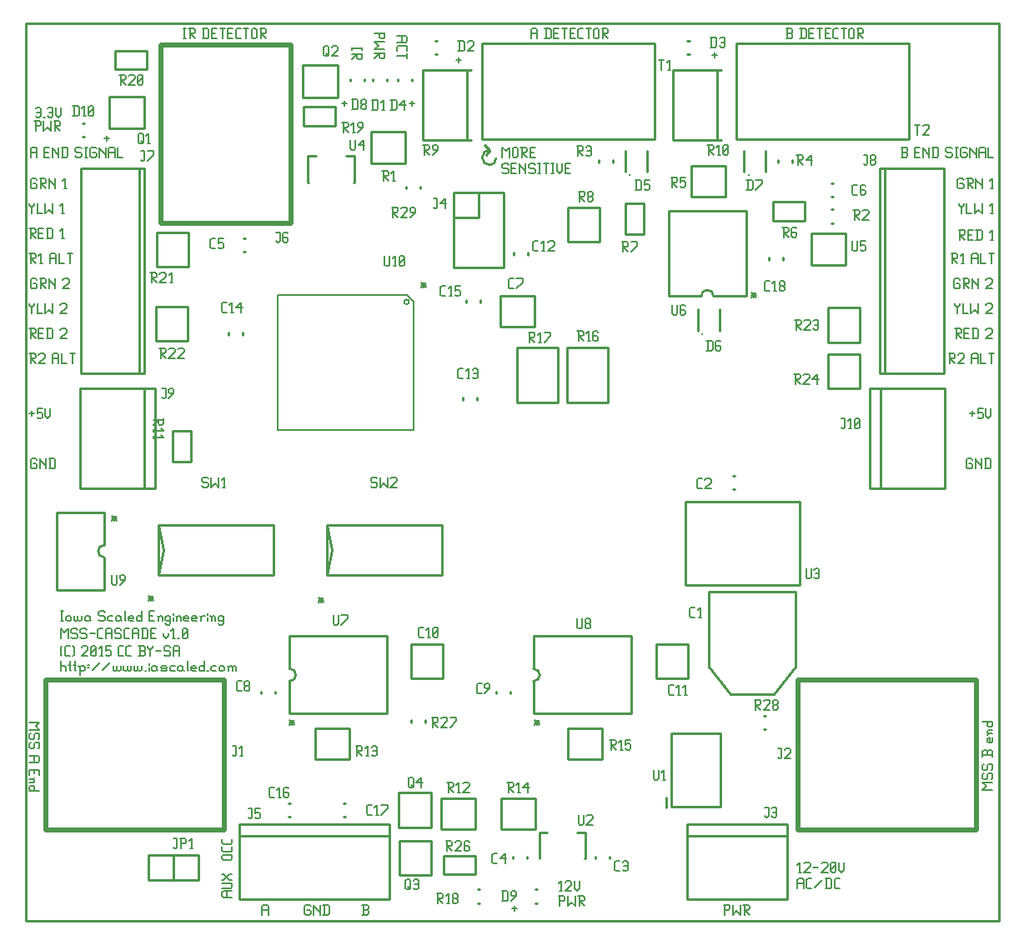
<source format=gbr>
G04 start of page 8 for group -4079 idx -4079 *
G04 Title: (unknown), topsilk *
G04 Creator: pcb 20140316 *
G04 CreationDate: Thu 03 Dec 2015 05:56:45 PM GMT UTC *
G04 For: ndholmes *
G04 Format: Gerber/RS-274X *
G04 PCB-Dimensions (mil): 3900.00 3600.00 *
G04 PCB-Coordinate-Origin: lower left *
%MOIN*%
%FSLAX25Y25*%
%LNTOPSILK*%
%ADD99C,0.0200*%
%ADD98C,0.0080*%
%ADD97C,0.0100*%
G54D97*X389500Y500D02*Y359500D01*
X500D01*
X186000Y309000D02*X184000Y311000D01*
X186000Y309000D02*Y308500D01*
X184500Y307000D01*
X500Y359500D02*Y500D01*
X389500D01*
X186000Y303000D02*G75*G02X183000Y306000I0J3000D01*G01*
G75*G02X186000Y309000I3000J0D01*G01*
Y303000D02*G75*G03X188500Y305500I0J2500D01*G01*
G54D98*X304500Y353500D02*X306500D01*
X307000Y354000D01*
Y355000D02*Y354000D01*
X306500Y355500D02*X307000Y355000D01*
X305000Y355500D02*X306500D01*
X305000Y357500D02*Y353500D01*
X304500Y357500D02*X306500D01*
X307000Y357000D01*
Y356000D01*
X306500Y355500D02*X307000Y356000D01*
X310500Y357500D02*Y353500D01*
X312000Y357500D02*X312500Y357000D01*
Y354000D01*
X312000Y353500D02*X312500Y354000D01*
X310000Y353500D02*X312000D01*
X310000Y357500D02*X312000D01*
X313700Y355500D02*X315200D01*
X313700Y353500D02*X315700D01*
X313700Y357500D02*Y353500D01*
Y357500D02*X315700D01*
X316900D02*X318900D01*
X317900D02*Y353500D01*
X320100Y355500D02*X321600D01*
X320100Y353500D02*X322100D01*
X320100Y357500D02*Y353500D01*
Y357500D02*X322100D01*
X323800Y353500D02*X325300D01*
X323300Y354000D02*X323800Y353500D01*
X323300Y357000D02*Y354000D01*
Y357000D02*X323800Y357500D01*
X325300D01*
X326500D02*X328500D01*
X327500D02*Y353500D01*
X329700Y357000D02*Y354000D01*
Y357000D02*X330200Y357500D01*
X331200D01*
X331700Y357000D01*
Y354000D01*
X331200Y353500D02*X331700Y354000D01*
X330200Y353500D02*X331200D01*
X329700Y354000D02*X330200Y353500D01*
X332900Y357500D02*X334900D01*
X335400Y357000D01*
Y356000D01*
X334900Y355500D02*X335400Y356000D01*
X333400Y355500D02*X334900D01*
X333400Y357500D02*Y353500D01*
Y355500D02*X335400Y353500D01*
X275000Y347000D02*X277000D01*
X276000Y348000D02*Y346000D01*
X350500Y306000D02*X352500D01*
X353000Y306500D01*
Y307500D02*Y306500D01*
X352500Y308000D02*X353000Y307500D01*
X351000Y308000D02*X352500D01*
X351000Y310000D02*Y306000D01*
X350500Y310000D02*X352500D01*
X353000Y309500D01*
Y308500D01*
X352500Y308000D02*X353000Y308500D01*
X356000Y308000D02*X357500D01*
X356000Y306000D02*X358000D01*
X356000Y310000D02*Y306000D01*
Y310000D02*X358000D01*
X359200D02*Y306000D01*
Y310000D02*Y309500D01*
X361700Y307000D01*
Y310000D02*Y306000D01*
X363400Y310000D02*Y306000D01*
X364900Y310000D02*X365400Y309500D01*
Y306500D01*
X364900Y306000D02*X365400Y306500D01*
X362900Y306000D02*X364900D01*
X362900Y310000D02*X364900D01*
X370400D02*X370900Y309500D01*
X368900Y310000D02*X370400D01*
X368400Y309500D02*X368900Y310000D01*
X368400Y309500D02*Y308500D01*
X368900Y308000D01*
X370400D01*
X370900Y307500D01*
Y306500D01*
X370400Y306000D02*X370900Y306500D01*
X368900Y306000D02*X370400D01*
X368400Y306500D02*X368900Y306000D01*
X372100Y310000D02*X373100D01*
X372600D02*Y306000D01*
X372100D02*X373100D01*
X376300Y310000D02*X376800Y309500D01*
X374800Y310000D02*X376300D01*
X374300Y309500D02*X374800Y310000D01*
X374300Y309500D02*Y306500D01*
X374800Y306000D01*
X376300D01*
X376800Y306500D01*
Y307500D02*Y306500D01*
X376300Y308000D02*X376800Y307500D01*
X375300Y308000D02*X376300D01*
X378000Y310000D02*Y306000D01*
Y310000D02*Y309500D01*
X380500Y307000D01*
Y310000D02*Y306000D01*
X381700Y309500D02*Y306000D01*
Y309500D02*X382200Y310000D01*
X383700D01*
X384200Y309500D01*
Y306000D01*
X381700Y308000D02*X384200D01*
X385400Y310000D02*Y306000D01*
X387400D01*
X373500Y277000D02*X375500D01*
X376000Y276500D01*
Y275500D01*
X375500Y275000D02*X376000Y275500D01*
X374000Y275000D02*X375500D01*
X374000Y277000D02*Y273000D01*
Y275000D02*X376000Y273000D01*
X377200Y275000D02*X378700D01*
X377200Y273000D02*X379200D01*
X377200Y277000D02*Y273000D01*
Y277000D02*X379200D01*
X380900D02*Y273000D01*
X382400Y277000D02*X382900Y276500D01*
Y273500D01*
X382400Y273000D02*X382900Y273500D01*
X380400Y273000D02*X382400D01*
X380400Y277000D02*X382400D01*
X386400Y273000D02*X387400D01*
X386900Y277000D02*Y273000D01*
X385900Y276000D02*X386900Y277000D01*
X373500Y287500D02*Y287000D01*
X374500Y286000D01*
X375500Y287000D01*
Y287500D02*Y287000D01*
X374500Y286000D02*Y283500D01*
X376700Y287500D02*Y283500D01*
X378700D01*
X379900Y287500D02*Y283500D01*
X381400Y285000D01*
X382900Y283500D01*
Y287500D02*Y283500D01*
X386400D02*X387400D01*
X386900Y287500D02*Y283500D01*
X385900Y286500D02*X386900Y287500D01*
X370500Y267500D02*X372500D01*
X373000Y267000D01*
Y266000D01*
X372500Y265500D02*X373000Y266000D01*
X371000Y265500D02*X372500D01*
X371000Y267500D02*Y263500D01*
Y265500D02*X373000Y263500D01*
X374700D02*X375700D01*
X375200Y267500D02*Y263500D01*
X374200Y266500D02*X375200Y267500D01*
X378700Y267000D02*Y263500D01*
Y267000D02*X379200Y267500D01*
X380700D01*
X381200Y267000D01*
Y263500D01*
X378700Y265500D02*X381200D01*
X382400Y267500D02*Y263500D01*
X384400D01*
X385600Y267500D02*X387600D01*
X386600D02*Y263500D01*
X373500Y257500D02*X374000Y257000D01*
X372000Y257500D02*X373500D01*
X371500Y257000D02*X372000Y257500D01*
X371500Y257000D02*Y254000D01*
X372000Y253500D01*
X373500D01*
X374000Y254000D01*
Y255000D02*Y254000D01*
X373500Y255500D02*X374000Y255000D01*
X372500Y255500D02*X373500D01*
X375200Y257500D02*X377200D01*
X377700Y257000D01*
Y256000D01*
X377200Y255500D02*X377700Y256000D01*
X375700Y255500D02*X377200D01*
X375700Y257500D02*Y253500D01*
Y255500D02*X377700Y253500D01*
X378900Y257500D02*Y253500D01*
Y257500D02*Y257000D01*
X381400Y254500D01*
Y257500D02*Y253500D01*
X384400Y257000D02*X384900Y257500D01*
X386400D01*
X386900Y257000D01*
Y256000D01*
X384400Y253500D02*X386900Y256000D01*
X384400Y253500D02*X386900D01*
X372000Y247500D02*Y247000D01*
X373000Y246000D01*
X374000Y247000D01*
Y247500D02*Y247000D01*
X373000Y246000D02*Y243500D01*
X375200Y247500D02*Y243500D01*
X377200D01*
X378400Y247500D02*Y243500D01*
X379900Y245000D01*
X381400Y243500D01*
Y247500D02*Y243500D01*
X384400Y247000D02*X384900Y247500D01*
X386400D01*
X386900Y247000D01*
Y246000D01*
X384400Y243500D02*X386900Y246000D01*
X384400Y243500D02*X386900D01*
X372000Y237500D02*X374000D01*
X374500Y237000D01*
Y236000D01*
X374000Y235500D02*X374500Y236000D01*
X372500Y235500D02*X374000D01*
X372500Y237500D02*Y233500D01*
Y235500D02*X374500Y233500D01*
X375700Y235500D02*X377200D01*
X375700Y233500D02*X377700D01*
X375700Y237500D02*Y233500D01*
Y237500D02*X377700D01*
X379400D02*Y233500D01*
X380900Y237500D02*X381400Y237000D01*
Y234000D01*
X380900Y233500D02*X381400Y234000D01*
X378900Y233500D02*X380900D01*
X378900Y237500D02*X380900D01*
X384400Y237000D02*X384900Y237500D01*
X386400D01*
X386900Y237000D01*
Y236000D01*
X384400Y233500D02*X386900Y236000D01*
X384400Y233500D02*X386900D01*
X369500Y227500D02*X371500D01*
X372000Y227000D01*
Y226000D01*
X371500Y225500D02*X372000Y226000D01*
X370000Y225500D02*X371500D01*
X370000Y227500D02*Y223500D01*
Y225500D02*X372000Y223500D01*
X373200Y227000D02*X373700Y227500D01*
X375200D01*
X375700Y227000D01*
Y226000D01*
X373200Y223500D02*X375700Y226000D01*
X373200Y223500D02*X375700D01*
X378700Y227000D02*Y223500D01*
Y227000D02*X379200Y227500D01*
X380700D01*
X381200Y227000D01*
Y223500D01*
X378700Y225500D02*X381200D01*
X382400Y227500D02*Y223500D01*
X384400D01*
X385600Y227500D02*X387600D01*
X386600D02*Y223500D01*
X378000Y203500D02*X380000D01*
X379000Y204500D02*Y202500D01*
X381200Y205500D02*X383200D01*
X381200D02*Y203500D01*
X381700Y204000D01*
X382700D01*
X383200Y203500D01*
Y202000D01*
X382700Y201500D02*X383200Y202000D01*
X381700Y201500D02*X382700D01*
X381200Y202000D02*X381700Y201500D01*
X384400Y205500D02*Y202500D01*
X385400Y201500D01*
X386400Y202500D01*
Y205500D02*Y202500D01*
X378500Y185500D02*X379000Y185000D01*
X377000Y185500D02*X378500D01*
X376500Y185000D02*X377000Y185500D01*
X376500Y185000D02*Y182000D01*
X377000Y181500D01*
X378500D01*
X379000Y182000D01*
Y183000D02*Y182000D01*
X378500Y183500D02*X379000Y183000D01*
X377500Y183500D02*X378500D01*
X380200Y185500D02*Y181500D01*
Y185500D02*Y185000D01*
X382700Y182500D01*
Y185500D02*Y181500D01*
X384400Y185500D02*Y181500D01*
X385900Y185500D02*X386400Y185000D01*
Y182000D01*
X385900Y181500D02*X386400Y182000D01*
X383900Y181500D02*X385900D01*
X383900Y185500D02*X385900D01*
X375000Y297500D02*X375500Y297000D01*
X373500Y297500D02*X375000D01*
X373000Y297000D02*X373500Y297500D01*
X373000Y297000D02*Y294000D01*
X373500Y293500D01*
X375000D01*
X375500Y294000D01*
Y295000D02*Y294000D01*
X375000Y295500D02*X375500Y295000D01*
X374000Y295500D02*X375000D01*
X376700Y297500D02*X378700D01*
X379200Y297000D01*
Y296000D01*
X378700Y295500D02*X379200Y296000D01*
X377200Y295500D02*X378700D01*
X377200Y297500D02*Y293500D01*
Y295500D02*X379200Y293500D01*
X380400Y297500D02*Y293500D01*
Y297500D02*Y297000D01*
X382900Y294500D01*
Y297500D02*Y293500D01*
X386400D02*X387400D01*
X386900Y297500D02*Y293500D01*
X385900Y296500D02*X386900Y297500D01*
X290500Y252000D02*X292500Y250000D01*
X290500D02*X292500Y252000D01*
X290500Y251000D02*X292500D01*
X291500Y252000D02*Y250000D01*
X280000Y7000D02*Y3000D01*
X279500Y7000D02*X281500D01*
X282000Y6500D01*
Y5500D01*
X281500Y5000D02*X282000Y5500D01*
X280000Y5000D02*X281500D01*
X283200Y7000D02*Y3000D01*
X284700Y4500D01*
X286200Y3000D01*
Y7000D02*Y3000D01*
X287400Y7000D02*X289400D01*
X289900Y6500D01*
Y5500D01*
X289400Y5000D02*X289900Y5500D01*
X287900Y5000D02*X289400D01*
X287900Y7000D02*Y3000D01*
Y5000D02*X289900Y3000D01*
X195000Y5500D02*X197000D01*
X196000Y6500D02*Y4500D01*
X214000Y10500D02*Y6500D01*
X213500Y10500D02*X215500D01*
X216000Y10000D01*
Y9000D01*
X215500Y8500D02*X216000Y9000D01*
X214000Y8500D02*X215500D01*
X217200Y10500D02*Y6500D01*
X218700Y8000D01*
X220200Y6500D01*
Y10500D02*Y6500D01*
X221400Y10500D02*X223400D01*
X223900Y10000D01*
Y9000D01*
X223400Y8500D02*X223900Y9000D01*
X221900Y8500D02*X223400D01*
X221900Y10500D02*Y6500D01*
Y8500D02*X223900Y6500D01*
X2000Y80000D02*X6000D01*
X4500Y78500D01*
X6000Y77000D01*
X2000D02*X6000D01*
Y73800D02*X5500Y73300D01*
X6000Y75300D02*Y73800D01*
X5500Y75800D02*X6000Y75300D01*
X4500Y75800D02*X5500D01*
X4500D02*X4000Y75300D01*
Y73800D01*
X3500Y73300D01*
X2500D02*X3500D01*
X2000Y73800D02*X2500Y73300D01*
X2000Y75300D02*Y73800D01*
X2500Y75800D02*X2000Y75300D01*
X6000Y70100D02*X5500Y69600D01*
X6000Y71600D02*Y70100D01*
X5500Y72100D02*X6000Y71600D01*
X4500Y72100D02*X5500D01*
X4500D02*X4000Y71600D01*
Y70100D01*
X3500Y69600D01*
X2500D02*X3500D01*
X2000Y70100D02*X2500Y69600D01*
X2000Y71600D02*Y70100D01*
X2500Y72100D02*X2000Y71600D01*
Y66600D02*X5500D01*
X6000Y66100D01*
Y64600D01*
X5500Y64100D01*
X2000D02*X5500D01*
X4000Y66600D02*Y64100D01*
Y61100D02*Y59600D01*
X2000Y61100D02*Y59100D01*
Y61100D02*X6000D01*
Y59100D01*
X2000Y57400D02*X3500D01*
X4000Y56900D01*
Y56400D01*
X3500Y55900D01*
X2000D02*X3500D01*
X4000Y57900D02*X3500Y57400D01*
X2000Y52700D02*X6000D01*
X2000Y53200D02*X2500Y52700D01*
X2000Y54200D02*Y53200D01*
X2500Y54700D02*X2000Y54200D01*
X2500Y54700D02*X3500D01*
X4000Y54200D01*
Y53200D01*
X3500Y52700D01*
X383000Y53000D02*X387000D01*
X383000D02*X384500Y54500D01*
X383000Y56000D01*
X387000D01*
X383000Y59200D02*X383500Y59700D01*
X383000Y59200D02*Y57700D01*
X383500Y57200D02*X383000Y57700D01*
X383500Y57200D02*X384500D01*
X385000Y57700D01*
Y59200D02*Y57700D01*
Y59200D02*X385500Y59700D01*
X386500D01*
X387000Y59200D02*X386500Y59700D01*
X387000Y59200D02*Y57700D01*
X386500Y57200D02*X387000Y57700D01*
X383000Y62900D02*X383500Y63400D01*
X383000Y62900D02*Y61400D01*
X383500Y60900D02*X383000Y61400D01*
X383500Y60900D02*X384500D01*
X385000Y61400D01*
Y62900D02*Y61400D01*
Y62900D02*X385500Y63400D01*
X386500D01*
X387000Y62900D02*X386500Y63400D01*
X387000Y62900D02*Y61400D01*
X386500Y60900D02*X387000Y61400D01*
Y68400D02*Y66400D01*
Y68400D02*X386500Y68900D01*
X385500D02*X386500D01*
X385000Y68400D02*X385500Y68900D01*
X385000Y68400D02*Y66900D01*
X383000D02*X387000D01*
X383000Y68400D02*Y66400D01*
Y68400D02*X383500Y68900D01*
X384500D01*
X385000Y68400D02*X384500Y68900D01*
X387000Y73900D02*Y72400D01*
X386500Y71900D02*X387000Y72400D01*
X385500Y71900D02*X386500D01*
X385500D02*X385000Y72400D01*
Y73400D02*Y72400D01*
Y73400D02*X385500Y73900D01*
X386000D02*Y71900D01*
X385500Y73900D02*X386000D01*
X385500Y75600D02*X387000D01*
X385500D02*X385000Y76100D01*
Y76600D02*Y76100D01*
Y76600D02*X385500Y77100D01*
X387000D01*
X385000Y75100D02*X385500Y75600D01*
X383000Y80300D02*X387000D01*
Y79800D02*X386500Y80300D01*
X387000Y79800D02*Y78800D01*
X386500Y78300D02*X387000Y78800D01*
X385500Y78300D02*X386500D01*
X385500D02*X385000Y78800D01*
Y79800D02*Y78800D01*
Y79800D02*X385500Y80300D01*
X309000Y17000D02*Y13500D01*
Y17000D02*X309500Y17500D01*
X311000D01*
X311500Y17000D01*
Y13500D01*
X309000Y15500D02*X311500D01*
X313200Y13500D02*X314700D01*
X312700Y14000D02*X313200Y13500D01*
X312700Y17000D02*Y14000D01*
Y17000D02*X313200Y17500D01*
X314700D01*
X315900Y14000D02*X318900Y17000D01*
X320600Y17500D02*Y13500D01*
X322100Y17500D02*X322600Y17000D01*
Y14000D01*
X322100Y13500D02*X322600Y14000D01*
X320100Y13500D02*X322100D01*
X320100Y17500D02*X322100D01*
X324300Y13500D02*X325800D01*
X323800Y14000D02*X324300Y13500D01*
X323800Y17000D02*Y14000D01*
Y17000D02*X324300Y17500D01*
X325800D01*
X214000Y12500D02*X215000D01*
X214500Y16500D02*Y12500D01*
X213500Y15500D02*X214500Y16500D01*
X216200Y16000D02*X216700Y16500D01*
X218200D01*
X218700Y16000D01*
Y15000D01*
X216200Y12500D02*X218700Y15000D01*
X216200Y12500D02*X218700D01*
X219900Y16500D02*Y13500D01*
X220900Y12500D01*
X221900Y13500D01*
Y16500D02*Y13500D01*
X309500Y20000D02*X310500D01*
X310000Y24000D02*Y20000D01*
X309000Y23000D02*X310000Y24000D01*
X311700Y23500D02*X312200Y24000D01*
X313700D01*
X314200Y23500D01*
Y22500D01*
X311700Y20000D02*X314200Y22500D01*
X311700Y20000D02*X314200D01*
X315400Y22000D02*X317400D01*
X318600Y23500D02*X319100Y24000D01*
X320600D01*
X321100Y23500D01*
Y22500D01*
X318600Y20000D02*X321100Y22500D01*
X318600Y20000D02*X321100D01*
X322300Y20500D02*X322800Y20000D01*
X322300Y23500D02*Y20500D01*
Y23500D02*X322800Y24000D01*
X323800D01*
X324300Y23500D01*
Y20500D01*
X323800Y20000D02*X324300Y20500D01*
X322800Y20000D02*X323800D01*
X322300Y21000D02*X324300Y23000D01*
X325500Y24000D02*Y21000D01*
X326500Y20000D01*
X327500Y21000D01*
Y24000D02*Y21000D01*
X14500Y104500D02*Y100500D01*
Y102000D02*X15000Y102500D01*
X16000D01*
X16500Y102000D01*
Y100500D01*
X18200Y104500D02*Y101000D01*
X18700Y100500D01*
X17700Y103000D02*X18700D01*
X20200Y104500D02*Y101000D01*
X20700Y100500D01*
X19700Y103000D02*X20700D01*
X22200Y102000D02*Y99000D01*
X21700Y102500D02*X22200Y102000D01*
X22700Y102500D01*
X23700D01*
X24200Y102000D01*
Y101000D01*
X23700Y100500D02*X24200Y101000D01*
X22700Y100500D02*X23700D01*
X22200Y101000D02*X22700Y100500D01*
X25400Y103000D02*X25900D01*
X25400Y102000D02*X25900D01*
X27100Y101000D02*X30100Y104000D01*
X31300Y101000D02*X34300Y104000D01*
X35500Y102500D02*Y101000D01*
X36000Y100500D01*
X36500D01*
X37000Y101000D01*
Y102500D02*Y101000D01*
X37500Y100500D01*
X38000D01*
X38500Y101000D01*
Y102500D02*Y101000D01*
X39700Y102500D02*Y101000D01*
X40200Y100500D01*
X40700D01*
X41200Y101000D01*
Y102500D02*Y101000D01*
X41700Y100500D01*
X42200D01*
X42700Y101000D01*
Y102500D02*Y101000D01*
X43900Y102500D02*Y101000D01*
X44400Y100500D01*
X44900D01*
X45400Y101000D01*
Y102500D02*Y101000D01*
X45900Y100500D01*
X46400D01*
X46900Y101000D01*
Y102500D02*Y101000D01*
X48100Y100500D02*X48600D01*
X49800Y103500D02*Y103000D01*
Y102000D02*Y100500D01*
X52300Y102500D02*X52800Y102000D01*
X51300Y102500D02*X52300D01*
X50800Y102000D02*X51300Y102500D01*
X50800Y102000D02*Y101000D01*
X51300Y100500D01*
X52800Y102500D02*Y101000D01*
X53300Y100500D01*
X51300D02*X52300D01*
X52800Y101000D01*
X55000Y100500D02*X56500D01*
X57000Y101000D01*
X56500Y101500D02*X57000Y101000D01*
X55000Y101500D02*X56500D01*
X54500Y102000D02*X55000Y101500D01*
X54500Y102000D02*X55000Y102500D01*
X56500D01*
X57000Y102000D01*
X54500Y101000D02*X55000Y100500D01*
X58700Y102500D02*X60200D01*
X58200Y102000D02*X58700Y102500D01*
X58200Y102000D02*Y101000D01*
X58700Y100500D01*
X60200D01*
X62900Y102500D02*X63400Y102000D01*
X61900Y102500D02*X62900D01*
X61400Y102000D02*X61900Y102500D01*
X61400Y102000D02*Y101000D01*
X61900Y100500D01*
X63400Y102500D02*Y101000D01*
X63900Y100500D01*
X61900D02*X62900D01*
X63400Y101000D01*
X65100Y104500D02*Y101000D01*
X65600Y100500D01*
X67100D02*X68600D01*
X66600Y101000D02*X67100Y100500D01*
X66600Y102000D02*Y101000D01*
Y102000D02*X67100Y102500D01*
X68100D01*
X68600Y102000D01*
X66600Y101500D02*X68600D01*
Y102000D02*Y101500D01*
X71800Y104500D02*Y100500D01*
X71300D02*X71800Y101000D01*
X70300Y100500D02*X71300D01*
X69800Y101000D02*X70300Y100500D01*
X69800Y102000D02*Y101000D01*
Y102000D02*X70300Y102500D01*
X71300D01*
X71800Y102000D01*
X73000Y100500D02*X73500D01*
X75200Y102500D02*X76700D01*
X74700Y102000D02*X75200Y102500D01*
X74700Y102000D02*Y101000D01*
X75200Y100500D01*
X76700D01*
X77900Y102000D02*Y101000D01*
Y102000D02*X78400Y102500D01*
X79400D01*
X79900Y102000D01*
Y101000D01*
X79400Y100500D02*X79900Y101000D01*
X78400Y100500D02*X79400D01*
X77900Y101000D02*X78400Y100500D01*
X81600Y102000D02*Y100500D01*
Y102000D02*X82100Y102500D01*
X82600D01*
X83100Y102000D01*
Y100500D01*
Y102000D02*X83600Y102500D01*
X84100D01*
X84600Y102000D01*
Y100500D01*
X81100Y102500D02*X81600Y102000D01*
X204000Y81000D02*X206000Y79000D01*
X204000D02*X206000Y81000D01*
X204000Y80000D02*X206000D01*
X205000Y81000D02*Y79000D01*
X106000Y81000D02*X108000Y79000D01*
X106000D02*X108000Y81000D01*
X106000Y80000D02*X108000D01*
X107000Y81000D02*Y79000D01*
X95000Y6500D02*Y3000D01*
Y6500D02*X95500Y7000D01*
X97000D01*
X97500Y6500D01*
Y3000D01*
X95000Y5000D02*X97500D01*
X114000Y7000D02*X114500Y6500D01*
X112500Y7000D02*X114000D01*
X112000Y6500D02*X112500Y7000D01*
X112000Y6500D02*Y3500D01*
X112500Y3000D01*
X114000D01*
X114500Y3500D01*
Y4500D02*Y3500D01*
X114000Y5000D02*X114500Y4500D01*
X113000Y5000D02*X114000D01*
X115700Y7000D02*Y3000D01*
Y7000D02*Y6500D01*
X118200Y4000D01*
Y7000D02*Y3000D01*
X119900Y7000D02*Y3000D01*
X121400Y7000D02*X121900Y6500D01*
Y3500D01*
X121400Y3000D02*X121900Y3500D01*
X119400Y3000D02*X121400D01*
X119400Y7000D02*X121400D01*
X135000Y3000D02*X137000D01*
X137500Y3500D01*
Y4500D02*Y3500D01*
X137000Y5000D02*X137500Y4500D01*
X135500Y5000D02*X137000D01*
X135500Y7000D02*Y3000D01*
X135000Y7000D02*X137000D01*
X137500Y6500D01*
Y5500D01*
X137000Y5000D02*X137500Y5500D01*
X79500Y10000D02*X83000D01*
X79500D02*X79000Y10500D01*
Y12000D02*Y10500D01*
Y12000D02*X79500Y12500D01*
X83000D01*
X81000D02*Y10000D01*
X79000Y13700D02*X82500D01*
X83000Y14200D01*
Y15200D02*Y14200D01*
Y15200D02*X82500Y15700D01*
X79000D02*X82500D01*
X79000Y16900D02*X79500D01*
X82000Y19400D01*
X83000D01*
X82000Y16900D02*X83000D01*
X82000D02*X79500Y19400D01*
X79000D02*X79500D01*
Y25000D02*X82500D01*
X79500D02*X79000Y25500D01*
Y26500D02*Y25500D01*
Y26500D02*X79500Y27000D01*
X82500D01*
X83000Y26500D02*X82500Y27000D01*
X83000Y26500D02*Y25500D01*
X82500Y25000D02*X83000Y25500D01*
Y30200D02*Y28700D01*
X82500Y28200D02*X83000Y28700D01*
X79500Y28200D02*X82500D01*
X79500D02*X79000Y28700D01*
Y30200D02*Y28700D01*
X83000Y33400D02*Y31900D01*
X82500Y31400D02*X83000Y31900D01*
X79500Y31400D02*X82500D01*
X79500D02*X79000Y31900D01*
Y33400D02*Y31900D01*
X2000Y267500D02*X4000D01*
X4500Y267000D01*
Y266000D01*
X4000Y265500D02*X4500Y266000D01*
X2500Y265500D02*X4000D01*
X2500Y267500D02*Y263500D01*
Y265500D02*X4500Y263500D01*
X6200D02*X7200D01*
X6700Y267500D02*Y263500D01*
X5700Y266500D02*X6700Y267500D01*
X10200Y267000D02*Y263500D01*
Y267000D02*X10700Y267500D01*
X12200D01*
X12700Y267000D01*
Y263500D01*
X10200Y265500D02*X12700D01*
X13900Y267500D02*Y263500D01*
X15900D01*
X17100Y267500D02*X19100D01*
X18100D02*Y263500D01*
X2000Y277500D02*X4000D01*
X4500Y277000D01*
Y276000D01*
X4000Y275500D02*X4500Y276000D01*
X2500Y275500D02*X4000D01*
X2500Y277500D02*Y273500D01*
Y275500D02*X4500Y273500D01*
X5700Y275500D02*X7200D01*
X5700Y273500D02*X7700D01*
X5700Y277500D02*Y273500D01*
Y277500D02*X7700D01*
X9400D02*Y273500D01*
X10900Y277500D02*X11400Y277000D01*
Y274000D01*
X10900Y273500D02*X11400Y274000D01*
X8900Y273500D02*X10900D01*
X8900Y277500D02*X10900D01*
X14900Y273500D02*X15900D01*
X15400Y277500D02*Y273500D01*
X14400Y276500D02*X15400Y277500D01*
X2000Y287500D02*Y287000D01*
X3000Y286000D01*
X4000Y287000D01*
Y287500D02*Y287000D01*
X3000Y286000D02*Y283500D01*
X5200Y287500D02*Y283500D01*
X7200D01*
X8400Y287500D02*Y283500D01*
X9900Y285000D01*
X11400Y283500D01*
Y287500D02*Y283500D01*
X14900D02*X15900D01*
X15400Y287500D02*Y283500D01*
X14400Y286500D02*X15400Y287500D01*
X4500Y297500D02*X5000Y297000D01*
X3000Y297500D02*X4500D01*
X2500Y297000D02*X3000Y297500D01*
X2500Y297000D02*Y294000D01*
X3000Y293500D01*
X4500D01*
X5000Y294000D01*
Y295000D02*Y294000D01*
X4500Y295500D02*X5000Y295000D01*
X3500Y295500D02*X4500D01*
X6200Y297500D02*X8200D01*
X8700Y297000D01*
Y296000D01*
X8200Y295500D02*X8700Y296000D01*
X6700Y295500D02*X8200D01*
X6700Y297500D02*Y293500D01*
Y295500D02*X8700Y293500D01*
X9900Y297500D02*Y293500D01*
Y297500D02*Y297000D01*
X12400Y294500D01*
Y297500D02*Y293500D01*
X15900D02*X16900D01*
X16400Y297500D02*Y293500D01*
X15400Y296500D02*X16400Y297500D01*
X4500Y325500D02*X5000Y326000D01*
X6000D01*
X6500Y325500D01*
Y322500D01*
X6000Y322000D02*X6500Y322500D01*
X5000Y322000D02*X6000D01*
X4500Y322500D02*X5000Y322000D01*
Y324000D02*X6500D01*
X7700Y322000D02*X8200D01*
X9400Y325500D02*X9900Y326000D01*
X10900D01*
X11400Y325500D01*
Y322500D01*
X10900Y322000D02*X11400Y322500D01*
X9900Y322000D02*X10900D01*
X9400Y322500D02*X9900Y322000D01*
Y324000D02*X11400D01*
X12600Y326000D02*Y323000D01*
X13600Y322000D01*
X14600Y323000D01*
Y326000D02*Y323000D01*
X4500Y320500D02*Y316500D01*
X4000Y320500D02*X6000D01*
X6500Y320000D01*
Y319000D01*
X6000Y318500D02*X6500Y319000D01*
X4500Y318500D02*X6000D01*
X7700Y320500D02*Y316500D01*
X9200Y318000D01*
X10700Y316500D01*
Y320500D02*Y316500D01*
X11900Y320500D02*X13900D01*
X14400Y320000D01*
Y319000D01*
X13900Y318500D02*X14400Y319000D01*
X12400Y318500D02*X13900D01*
X12400Y320500D02*Y316500D01*
Y318500D02*X14400Y316500D01*
X63500Y357500D02*X64500D01*
X64000D02*Y353500D01*
X63500D02*X64500D01*
X65700Y357500D02*X67700D01*
X68200Y357000D01*
Y356000D01*
X67700Y355500D02*X68200Y356000D01*
X66200Y355500D02*X67700D01*
X66200Y357500D02*Y353500D01*
Y355500D02*X68200Y353500D01*
X71700Y357500D02*Y353500D01*
X73200Y357500D02*X73700Y357000D01*
Y354000D01*
X73200Y353500D02*X73700Y354000D01*
X71200Y353500D02*X73200D01*
X71200Y357500D02*X73200D01*
X74900Y355500D02*X76400D01*
X74900Y353500D02*X76900D01*
X74900Y357500D02*Y353500D01*
Y357500D02*X76900D01*
X78100D02*X80100D01*
X79100D02*Y353500D01*
X81300Y355500D02*X82800D01*
X81300Y353500D02*X83300D01*
X81300Y357500D02*Y353500D01*
Y357500D02*X83300D01*
X85000Y353500D02*X86500D01*
X84500Y354000D02*X85000Y353500D01*
X84500Y357000D02*Y354000D01*
Y357000D02*X85000Y357500D01*
X86500D01*
X87700D02*X89700D01*
X88700D02*Y353500D01*
X90900Y357000D02*Y354000D01*
Y357000D02*X91400Y357500D01*
X92400D01*
X92900Y357000D01*
Y354000D01*
X92400Y353500D02*X92900Y354000D01*
X91400Y353500D02*X92400D01*
X90900Y354000D02*X91400Y353500D01*
X94100Y357500D02*X96100D01*
X96600Y357000D01*
Y356000D01*
X96100Y355500D02*X96600Y356000D01*
X94600Y355500D02*X96100D01*
X94600Y357500D02*Y353500D01*
Y355500D02*X96600Y353500D01*
X140000Y355500D02*X144000D01*
Y356000D02*Y354000D01*
X143500Y353500D01*
X142500D02*X143500D01*
X142000Y354000D02*X142500Y353500D01*
X142000Y355500D02*Y354000D01*
X140000Y352300D02*X144000D01*
X140000D02*X141500Y350800D01*
X140000Y349300D01*
X144000D01*
Y348100D02*Y346100D01*
X143500Y345600D01*
X142500D02*X143500D01*
X142000Y346100D02*X142500Y345600D01*
X142000Y347600D02*Y346100D01*
X140000Y347600D02*X144000D01*
X142000D02*X140000Y345600D01*
X135000Y350000D02*Y349000D01*
X131000Y349500D02*X135000D01*
X131000Y350000D02*Y349000D01*
X135000Y347800D02*Y345800D01*
X134500Y345300D01*
X133500D02*X134500D01*
X133000Y345800D02*X133500Y345300D01*
X133000Y347300D02*Y345800D01*
X131000Y347300D02*X135000D01*
X133000D02*X131000Y345300D01*
X154000Y327500D02*X156000D01*
X155000Y328500D02*Y326500D01*
X149000Y354500D02*X152500D01*
X153000Y354000D01*
Y352500D01*
X152500Y352000D01*
X149000D02*X152500D01*
X151000Y354500D02*Y352000D01*
X149000Y350300D02*Y348800D01*
X149500Y350800D02*X149000Y350300D01*
X149500Y350800D02*X152500D01*
X153000Y350300D01*
Y348800D01*
Y347600D02*Y345600D01*
X149000Y346600D02*X153000D01*
X127000Y327500D02*X129000D01*
X128000Y328500D02*Y326500D01*
X4500Y257500D02*X5000Y257000D01*
X3000Y257500D02*X4500D01*
X2500Y257000D02*X3000Y257500D01*
X2500Y257000D02*Y254000D01*
X3000Y253500D01*
X4500D01*
X5000Y254000D01*
Y255000D02*Y254000D01*
X4500Y255500D02*X5000Y255000D01*
X3500Y255500D02*X4500D01*
X6200Y257500D02*X8200D01*
X8700Y257000D01*
Y256000D01*
X8200Y255500D02*X8700Y256000D01*
X6700Y255500D02*X8200D01*
X6700Y257500D02*Y253500D01*
Y255500D02*X8700Y253500D01*
X9900Y257500D02*Y253500D01*
Y257500D02*Y257000D01*
X12400Y254500D01*
Y257500D02*Y253500D01*
X15400Y257000D02*X15900Y257500D01*
X17400D01*
X17900Y257000D01*
Y256000D01*
X15400Y253500D02*X17900Y256000D01*
X15400Y253500D02*X17900D01*
X2000Y247500D02*Y247000D01*
X3000Y246000D01*
X4000Y247000D01*
Y247500D02*Y247000D01*
X3000Y246000D02*Y243500D01*
X5200Y247500D02*Y243500D01*
X7200D01*
X8400Y247500D02*Y243500D01*
X9900Y245000D01*
X11400Y243500D01*
Y247500D02*Y243500D01*
X14400Y247000D02*X14900Y247500D01*
X16400D01*
X16900Y247000D01*
Y246000D01*
X14400Y243500D02*X16900Y246000D01*
X14400Y243500D02*X16900D01*
X2000Y237500D02*X4000D01*
X4500Y237000D01*
Y236000D01*
X4000Y235500D02*X4500Y236000D01*
X2500Y235500D02*X4000D01*
X2500Y237500D02*Y233500D01*
Y235500D02*X4500Y233500D01*
X5700Y235500D02*X7200D01*
X5700Y233500D02*X7700D01*
X5700Y237500D02*Y233500D01*
Y237500D02*X7700D01*
X9400D02*Y233500D01*
X10900Y237500D02*X11400Y237000D01*
Y234000D01*
X10900Y233500D02*X11400Y234000D01*
X8900Y233500D02*X10900D01*
X8900Y237500D02*X10900D01*
X14400Y237000D02*X14900Y237500D01*
X16400D01*
X16900Y237000D01*
Y236000D01*
X14400Y233500D02*X16900Y236000D01*
X14400Y233500D02*X16900D01*
X2500Y309500D02*Y306000D01*
Y309500D02*X3000Y310000D01*
X4500D01*
X5000Y309500D01*
Y306000D01*
X2500Y308000D02*X5000D01*
X8000D02*X9500D01*
X8000Y306000D02*X10000D01*
X8000Y310000D02*Y306000D01*
Y310000D02*X10000D01*
X11200D02*Y306000D01*
Y310000D02*Y309500D01*
X13700Y307000D01*
Y310000D02*Y306000D01*
X15400Y310000D02*Y306000D01*
X16900Y310000D02*X17400Y309500D01*
Y306500D01*
X16900Y306000D02*X17400Y306500D01*
X14900Y306000D02*X16900D01*
X14900Y310000D02*X16900D01*
X22400D02*X22900Y309500D01*
X20900Y310000D02*X22400D01*
X20400Y309500D02*X20900Y310000D01*
X20400Y309500D02*Y308500D01*
X20900Y308000D01*
X22400D01*
X22900Y307500D01*
Y306500D01*
X22400Y306000D02*X22900Y306500D01*
X20900Y306000D02*X22400D01*
X20400Y306500D02*X20900Y306000D01*
X24100Y310000D02*X25100D01*
X24600D02*Y306000D01*
X24100D02*X25100D01*
X28300Y310000D02*X28800Y309500D01*
X26800Y310000D02*X28300D01*
X26300Y309500D02*X26800Y310000D01*
X26300Y309500D02*Y306500D01*
X26800Y306000D01*
X28300D01*
X28800Y306500D01*
Y307500D02*Y306500D01*
X28300Y308000D02*X28800Y307500D01*
X27300Y308000D02*X28300D01*
X30000Y310000D02*Y306000D01*
Y310000D02*Y309500D01*
X32500Y307000D01*
Y310000D02*Y306000D01*
X33700Y309500D02*Y306000D01*
Y309500D02*X34200Y310000D01*
X35700D01*
X36200Y309500D01*
Y306000D01*
X33700Y308000D02*X36200D01*
X37400Y310000D02*Y306000D01*
X39400D01*
X32000Y313500D02*X34000D01*
X33000Y314500D02*Y312500D01*
X202500Y357000D02*Y353500D01*
Y357000D02*X203000Y357500D01*
X204500D01*
X205000Y357000D01*
Y353500D01*
X202500Y355500D02*X205000D01*
X208500Y357500D02*Y353500D01*
X210000Y357500D02*X210500Y357000D01*
Y354000D01*
X210000Y353500D02*X210500Y354000D01*
X208000Y353500D02*X210000D01*
X208000Y357500D02*X210000D01*
X211700Y355500D02*X213200D01*
X211700Y353500D02*X213700D01*
X211700Y357500D02*Y353500D01*
Y357500D02*X213700D01*
X214900D02*X216900D01*
X215900D02*Y353500D01*
X218100Y355500D02*X219600D01*
X218100Y353500D02*X220100D01*
X218100Y357500D02*Y353500D01*
Y357500D02*X220100D01*
X221800Y353500D02*X223300D01*
X221300Y354000D02*X221800Y353500D01*
X221300Y357000D02*Y354000D01*
Y357000D02*X221800Y357500D01*
X223300D01*
X224500D02*X226500D01*
X225500D02*Y353500D01*
X227700Y357000D02*Y354000D01*
Y357000D02*X228200Y357500D01*
X229200D01*
X229700Y357000D01*
Y354000D01*
X229200Y353500D02*X229700Y354000D01*
X228200Y353500D02*X229200D01*
X227700Y354000D02*X228200Y353500D01*
X230900Y357500D02*X232900D01*
X233400Y357000D01*
Y356000D01*
X232900Y355500D02*X233400Y356000D01*
X231400Y355500D02*X232900D01*
X231400Y357500D02*Y353500D01*
Y355500D02*X233400Y353500D01*
X172500Y345000D02*X174500D01*
X173500Y346000D02*Y344000D01*
X158500Y256000D02*X160500Y254000D01*
X158500D02*X160500Y256000D01*
X158500Y255000D02*X160500D01*
X159500Y256000D02*Y254000D01*
X191000Y310000D02*Y306000D01*
Y310000D02*X192500Y308500D01*
X194000Y310000D01*
Y306000D01*
X195200Y309500D02*Y306500D01*
Y309500D02*X195700Y310000D01*
X196700D01*
X197200Y309500D01*
Y306500D01*
X196700Y306000D02*X197200Y306500D01*
X195700Y306000D02*X196700D01*
X195200Y306500D02*X195700Y306000D01*
X198400Y310000D02*X200400D01*
X200900Y309500D01*
Y308500D01*
X200400Y308000D02*X200900Y308500D01*
X198900Y308000D02*X200400D01*
X198900Y310000D02*Y306000D01*
Y308000D02*X200900Y306000D01*
X202100Y308000D02*X203600D01*
X202100Y306000D02*X204100D01*
X202100Y310000D02*Y306000D01*
Y310000D02*X204100D01*
X193000Y303500D02*X193500Y303000D01*
X191500Y303500D02*X193000D01*
X191000Y303000D02*X191500Y303500D01*
X191000Y303000D02*Y302000D01*
X191500Y301500D01*
X193000D01*
X193500Y301000D01*
Y300000D01*
X193000Y299500D02*X193500Y300000D01*
X191500Y299500D02*X193000D01*
X191000Y300000D02*X191500Y299500D01*
X194700Y301500D02*X196200D01*
X194700Y299500D02*X196700D01*
X194700Y303500D02*Y299500D01*
Y303500D02*X196700D01*
X197900D02*Y299500D01*
Y303500D02*Y303000D01*
X200400Y300500D01*
Y303500D02*Y299500D01*
X203600Y303500D02*X204100Y303000D01*
X202100Y303500D02*X203600D01*
X201600Y303000D02*X202100Y303500D01*
X201600Y303000D02*Y302000D01*
X202100Y301500D01*
X203600D01*
X204100Y301000D01*
Y300000D01*
X203600Y299500D02*X204100Y300000D01*
X202100Y299500D02*X203600D01*
X201600Y300000D02*X202100Y299500D01*
X205300Y303500D02*X206300D01*
X205800D02*Y299500D01*
X205300D02*X206300D01*
X207500Y303500D02*X209500D01*
X208500D02*Y299500D01*
X210700Y303500D02*X211700D01*
X211200D02*Y299500D01*
X210700D02*X211700D01*
X212900Y303500D02*Y300500D01*
X213900Y299500D01*
X214900Y300500D01*
Y303500D02*Y300500D01*
X216100Y301500D02*X217600D01*
X216100Y299500D02*X218100D01*
X216100Y303500D02*Y299500D01*
Y303500D02*X218100D01*
X2000Y227500D02*X4000D01*
X4500Y227000D01*
Y226000D01*
X4000Y225500D02*X4500Y226000D01*
X2500Y225500D02*X4000D01*
X2500Y227500D02*Y223500D01*
Y225500D02*X4500Y223500D01*
X5700Y227000D02*X6200Y227500D01*
X7700D01*
X8200Y227000D01*
Y226000D01*
X5700Y223500D02*X8200Y226000D01*
X5700Y223500D02*X8200D01*
X11200Y227000D02*Y223500D01*
Y227000D02*X11700Y227500D01*
X13200D01*
X13700Y227000D01*
Y223500D01*
X11200Y225500D02*X13700D01*
X14900Y227500D02*Y223500D01*
X16900D01*
X18100Y227500D02*X20100D01*
X19100D02*Y223500D01*
X2000Y203500D02*X4000D01*
X3000Y204500D02*Y202500D01*
X5200Y205500D02*X7200D01*
X5200D02*Y203500D01*
X5700Y204000D01*
X6700D01*
X7200Y203500D01*
Y202000D01*
X6700Y201500D02*X7200Y202000D01*
X5700Y201500D02*X6700D01*
X5200Y202000D02*X5700Y201500D01*
X8400Y205500D02*Y202500D01*
X9400Y201500D01*
X10400Y202500D01*
Y205500D02*Y202500D01*
X4500Y185500D02*X5000Y185000D01*
X3000Y185500D02*X4500D01*
X2500Y185000D02*X3000Y185500D01*
X2500Y185000D02*Y182000D01*
X3000Y181500D01*
X4500D01*
X5000Y182000D01*
Y183000D02*Y182000D01*
X4500Y183500D02*X5000Y183000D01*
X3500Y183500D02*X4500D01*
X6200Y185500D02*Y181500D01*
Y185500D02*Y185000D01*
X8700Y182500D01*
Y185500D02*Y181500D01*
X10400Y185500D02*Y181500D01*
X11900Y185500D02*X12400Y185000D01*
Y182000D01*
X11900Y181500D02*X12400Y182000D01*
X9900Y181500D02*X11900D01*
X9900Y185500D02*X11900D01*
X49500Y130500D02*X51500Y128500D01*
X49500D02*X51500Y130500D01*
X49500Y129500D02*X51500D01*
X50500Y130500D02*Y128500D01*
X117500Y130000D02*X119500Y128000D01*
X117500D02*X119500Y130000D01*
X117500Y129000D02*X119500D01*
X118500Y130000D02*Y128000D01*
X14500Y124500D02*X15500D01*
X15000D02*Y120500D01*
X14500D02*X15500D01*
X16700Y122000D02*Y121000D01*
Y122000D02*X17200Y122500D01*
X18200D01*
X18700Y122000D01*
Y121000D01*
X18200Y120500D02*X18700Y121000D01*
X17200Y120500D02*X18200D01*
X16700Y121000D02*X17200Y120500D01*
X19900Y122500D02*Y121000D01*
X20400Y120500D01*
X20900D01*
X21400Y121000D01*
Y122500D02*Y121000D01*
X21900Y120500D01*
X22400D01*
X22900Y121000D01*
Y122500D02*Y121000D01*
X25600Y122500D02*X26100Y122000D01*
X24600Y122500D02*X25600D01*
X24100Y122000D02*X24600Y122500D01*
X24100Y122000D02*Y121000D01*
X24600Y120500D01*
X26100Y122500D02*Y121000D01*
X26600Y120500D01*
X24600D02*X25600D01*
X26100Y121000D01*
X31600Y124500D02*X32100Y124000D01*
X30100Y124500D02*X31600D01*
X29600Y124000D02*X30100Y124500D01*
X29600Y124000D02*Y123000D01*
X30100Y122500D01*
X31600D01*
X32100Y122000D01*
Y121000D01*
X31600Y120500D02*X32100Y121000D01*
X30100Y120500D02*X31600D01*
X29600Y121000D02*X30100Y120500D01*
X33800Y122500D02*X35300D01*
X33300Y122000D02*X33800Y122500D01*
X33300Y122000D02*Y121000D01*
X33800Y120500D01*
X35300D01*
X38000Y122500D02*X38500Y122000D01*
X37000Y122500D02*X38000D01*
X36500Y122000D02*X37000Y122500D01*
X36500Y122000D02*Y121000D01*
X37000Y120500D01*
X38500Y122500D02*Y121000D01*
X39000Y120500D01*
X37000D02*X38000D01*
X38500Y121000D01*
X40200Y124500D02*Y121000D01*
X40700Y120500D01*
X42200D02*X43700D01*
X41700Y121000D02*X42200Y120500D01*
X41700Y122000D02*Y121000D01*
Y122000D02*X42200Y122500D01*
X43200D01*
X43700Y122000D01*
X41700Y121500D02*X43700D01*
Y122000D02*Y121500D01*
X46900Y124500D02*Y120500D01*
X46400D02*X46900Y121000D01*
X45400Y120500D02*X46400D01*
X44900Y121000D02*X45400Y120500D01*
X44900Y122000D02*Y121000D01*
Y122000D02*X45400Y122500D01*
X46400D01*
X46900Y122000D01*
X49900Y122500D02*X51400D01*
X49900Y120500D02*X51900D01*
X49900Y124500D02*Y120500D01*
Y124500D02*X51900D01*
X53600Y122000D02*Y120500D01*
Y122000D02*X54100Y122500D01*
X54600D01*
X55100Y122000D01*
Y120500D01*
X53100Y122500D02*X53600Y122000D01*
X57800Y122500D02*X58300Y122000D01*
X56800Y122500D02*X57800D01*
X56300Y122000D02*X56800Y122500D01*
X56300Y122000D02*Y121000D01*
X56800Y120500D01*
X57800D01*
X58300Y121000D01*
X56300Y119500D02*X56800Y119000D01*
X57800D01*
X58300Y119500D01*
Y122500D02*Y119500D01*
X59500Y123500D02*Y123000D01*
Y122000D02*Y120500D01*
X61000Y122000D02*Y120500D01*
Y122000D02*X61500Y122500D01*
X62000D01*
X62500Y122000D01*
Y120500D01*
X60500Y122500D02*X61000Y122000D01*
X64200Y120500D02*X65700D01*
X63700Y121000D02*X64200Y120500D01*
X63700Y122000D02*Y121000D01*
Y122000D02*X64200Y122500D01*
X65200D01*
X65700Y122000D01*
X63700Y121500D02*X65700D01*
Y122000D02*Y121500D01*
X67400Y120500D02*X68900D01*
X66900Y121000D02*X67400Y120500D01*
X66900Y122000D02*Y121000D01*
Y122000D02*X67400Y122500D01*
X68400D01*
X68900Y122000D01*
X66900Y121500D02*X68900D01*
Y122000D02*Y121500D01*
X70600Y122000D02*Y120500D01*
Y122000D02*X71100Y122500D01*
X72100D01*
X70100D02*X70600Y122000D01*
X73300Y123500D02*Y123000D01*
Y122000D02*Y120500D01*
X74800Y122000D02*Y120500D01*
Y122000D02*X75300Y122500D01*
X75800D01*
X76300Y122000D01*
Y120500D01*
X74300Y122500D02*X74800Y122000D01*
X79000Y122500D02*X79500Y122000D01*
X78000Y122500D02*X79000D01*
X77500Y122000D02*X78000Y122500D01*
X77500Y122000D02*Y121000D01*
X78000Y120500D01*
X79000D01*
X79500Y121000D01*
X77500Y119500D02*X78000Y119000D01*
X79000D01*
X79500Y119500D01*
Y122500D02*Y119500D01*
X14500Y117500D02*Y113500D01*
Y117500D02*X16000Y116000D01*
X17500Y117500D01*
Y113500D01*
X20700Y117500D02*X21200Y117000D01*
X19200Y117500D02*X20700D01*
X18700Y117000D02*X19200Y117500D01*
X18700Y117000D02*Y116000D01*
X19200Y115500D01*
X20700D01*
X21200Y115000D01*
Y114000D01*
X20700Y113500D02*X21200Y114000D01*
X19200Y113500D02*X20700D01*
X18700Y114000D02*X19200Y113500D01*
X24400Y117500D02*X24900Y117000D01*
X22900Y117500D02*X24400D01*
X22400Y117000D02*X22900Y117500D01*
X22400Y117000D02*Y116000D01*
X22900Y115500D01*
X24400D01*
X24900Y115000D01*
Y114000D01*
X24400Y113500D02*X24900Y114000D01*
X22900Y113500D02*X24400D01*
X22400Y114000D02*X22900Y113500D01*
X26100Y115500D02*X28100D01*
X29800Y113500D02*X31300D01*
X29300Y114000D02*X29800Y113500D01*
X29300Y117000D02*Y114000D01*
Y117000D02*X29800Y117500D01*
X31300D01*
X32500Y117000D02*Y113500D01*
Y117000D02*X33000Y117500D01*
X34500D01*
X35000Y117000D01*
Y113500D01*
X32500Y115500D02*X35000D01*
X38200Y117500D02*X38700Y117000D01*
X36700Y117500D02*X38200D01*
X36200Y117000D02*X36700Y117500D01*
X36200Y117000D02*Y116000D01*
X36700Y115500D01*
X38200D01*
X38700Y115000D01*
Y114000D01*
X38200Y113500D02*X38700Y114000D01*
X36700Y113500D02*X38200D01*
X36200Y114000D02*X36700Y113500D01*
X40400D02*X41900D01*
X39900Y114000D02*X40400Y113500D01*
X39900Y117000D02*Y114000D01*
Y117000D02*X40400Y117500D01*
X41900D01*
X43100Y117000D02*Y113500D01*
Y117000D02*X43600Y117500D01*
X45100D01*
X45600Y117000D01*
Y113500D01*
X43100Y115500D02*X45600D01*
X47300Y117500D02*Y113500D01*
X48800Y117500D02*X49300Y117000D01*
Y114000D01*
X48800Y113500D02*X49300Y114000D01*
X46800Y113500D02*X48800D01*
X46800Y117500D02*X48800D01*
X50500Y115500D02*X52000D01*
X50500Y113500D02*X52500D01*
X50500Y117500D02*Y113500D01*
Y117500D02*X52500D01*
X55500Y115500D02*Y114500D01*
X56500Y113500D01*
X57500Y114500D01*
Y115500D02*Y114500D01*
X59200Y113500D02*X60200D01*
X59700Y117500D02*Y113500D01*
X58700Y116500D02*X59700Y117500D01*
X61400Y113500D02*X61900D01*
X63100Y114000D02*X63600Y113500D01*
X63100Y117000D02*Y114000D01*
Y117000D02*X63600Y117500D01*
X64600D01*
X65100Y117000D01*
Y114000D01*
X64600Y113500D02*X65100Y114000D01*
X63600Y113500D02*X64600D01*
X63100Y114500D02*X65100Y116500D01*
X14500Y107000D02*X15000Y106500D01*
X14500Y110000D02*X15000Y110500D01*
X14500Y110000D02*Y107000D01*
X16700Y106500D02*X18200D01*
X16200Y107000D02*X16700Y106500D01*
X16200Y110000D02*Y107000D01*
Y110000D02*X16700Y110500D01*
X18200D01*
X19400D02*X19900Y110000D01*
Y107000D01*
X19400Y106500D02*X19900Y107000D01*
X22900Y110000D02*X23400Y110500D01*
X24900D01*
X25400Y110000D01*
Y109000D01*
X22900Y106500D02*X25400Y109000D01*
X22900Y106500D02*X25400D01*
X26600Y107000D02*X27100Y106500D01*
X26600Y110000D02*Y107000D01*
Y110000D02*X27100Y110500D01*
X28100D01*
X28600Y110000D01*
Y107000D01*
X28100Y106500D02*X28600Y107000D01*
X27100Y106500D02*X28100D01*
X26600Y107500D02*X28600Y109500D01*
X30300Y106500D02*X31300D01*
X30800Y110500D02*Y106500D01*
X29800Y109500D02*X30800Y110500D01*
X32500D02*X34500D01*
X32500D02*Y108500D01*
X33000Y109000D01*
X34000D01*
X34500Y108500D01*
Y107000D01*
X34000Y106500D02*X34500Y107000D01*
X33000Y106500D02*X34000D01*
X32500Y107000D02*X33000Y106500D01*
X38000D02*X39500D01*
X37500Y107000D02*X38000Y106500D01*
X37500Y110000D02*Y107000D01*
Y110000D02*X38000Y110500D01*
X39500D01*
X41200Y106500D02*X42700D01*
X40700Y107000D02*X41200Y106500D01*
X40700Y110000D02*Y107000D01*
Y110000D02*X41200Y110500D01*
X42700D01*
X45700Y106500D02*X47700D01*
X48200Y107000D01*
Y108000D02*Y107000D01*
X47700Y108500D02*X48200Y108000D01*
X46200Y108500D02*X47700D01*
X46200Y110500D02*Y106500D01*
X45700Y110500D02*X47700D01*
X48200Y110000D01*
Y109000D01*
X47700Y108500D02*X48200Y109000D01*
X49400Y110500D02*Y110000D01*
X50400Y109000D01*
X51400Y110000D01*
Y110500D02*Y110000D01*
X50400Y109000D02*Y106500D01*
X52600Y108500D02*X54600D01*
X57800Y110500D02*X58300Y110000D01*
X56300Y110500D02*X57800D01*
X55800Y110000D02*X56300Y110500D01*
X55800Y110000D02*Y109000D01*
X56300Y108500D01*
X57800D01*
X58300Y108000D01*
Y107000D01*
X57800Y106500D02*X58300Y107000D01*
X56300Y106500D02*X57800D01*
X55800Y107000D02*X56300Y106500D01*
X59500Y110000D02*Y106500D01*
Y110000D02*X60000Y110500D01*
X61500D01*
X62000Y110000D01*
Y106500D01*
X59500Y108500D02*X62000D01*
X35000Y162500D02*X37000Y160500D01*
X35000D02*X37000Y162500D01*
X35000Y161500D02*X37000D01*
X36000Y162500D02*Y160500D01*
G54D97*X228245Y26393D02*Y25607D01*
X233755Y26393D02*Y25607D01*
X204107Y7745D02*X204893D01*
X204107Y13255D02*X204893D01*
X205750Y36150D02*Y25520D01*
X224250Y36150D02*Y25520D01*
X205750Y36150D02*X209000D01*
X221000D02*X224250D01*
X205750Y25520D02*X205929D01*
X224071D02*X224250D01*
X278300Y75700D02*Y46300D01*
X258700Y75700D02*X278300D01*
X258700Y46300D02*X278300D01*
X258700Y75700D02*Y46300D01*
X256500Y50000D02*Y46000D01*
G54D99*X309200Y97000D02*X380500D01*
X309200Y37000D02*X380500D01*
X309200Y97000D02*Y37000D01*
X380500D02*X380520Y97000D01*
G54D97*X230890Y77799D02*Y65201D01*
X217110D02*X230890D01*
X217110Y77799D02*Y65201D01*
Y77799D02*X230890D01*
X265000Y9200D02*X305000D01*
X265000Y39200D02*X305000D01*
X265000Y34800D02*X305000D01*
X265000Y39200D02*Y9200D01*
X305000Y39200D02*Y9200D01*
X283107Y178755D02*X283893D01*
X283107Y173245D02*X283893D01*
X264165Y168374D02*X309835D01*
X264165Y134910D02*X309835D01*
Y168374D02*Y134910D01*
X264165Y168374D02*Y134910D01*
X367800Y213500D02*Y173500D01*
X337800Y213500D02*Y173500D01*
X342200Y213500D02*Y173500D01*
X337800D02*X367800D01*
X337800Y213500D02*X367800D01*
X49500Y27000D02*X69500D01*
X49500D02*Y17000D01*
X69500D01*
Y27000D02*Y17000D01*
X59500Y27000D02*Y17000D01*
X69500D01*
X106000Y83500D02*X145000D01*
Y114500D02*Y83500D01*
X106000Y114500D02*X145000D01*
X106000Y96500D02*Y83500D01*
Y114500D02*Y101500D01*
Y96500D02*G75*G03X106000Y101500I0J2500D01*G01*
X105607Y42245D02*X106393D01*
X105607Y47755D02*X106393D01*
X127607Y42245D02*X128393D01*
X127607Y47755D02*X128393D01*
X94745Y92393D02*Y91607D01*
X100255Y92393D02*Y91607D01*
X129890Y77799D02*Y65201D01*
X116110D02*X129890D01*
X116110Y77799D02*Y65201D01*
Y77799D02*X129890D01*
G54D99*X8500Y37000D02*X79800D01*
X8500Y97000D02*X79800D01*
Y37000D01*
X8500Y97000D02*X8480Y37000D01*
G54D97*X86000Y9200D02*X146000D01*
X86000Y39200D02*X146000D01*
X86000Y34800D02*X146000D01*
X86000Y39200D02*Y9200D01*
X146000Y39200D02*Y9200D01*
X13000Y164000D02*X32000D01*
X13000D02*Y133000D01*
X32000D01*
Y164000D02*Y151000D01*
Y146000D02*Y133000D01*
Y151000D02*G75*G03X32000Y146000I0J-2500D01*G01*
X295607Y77245D02*X296393D01*
X295607Y82755D02*X296393D01*
X154745Y80893D02*Y80107D01*
X160255Y80893D02*Y80107D01*
X154701Y97610D02*X167299D01*
X154701Y111390D02*Y97610D01*
Y111390D02*X167299D01*
Y97610D01*
X188745Y92350D02*Y91564D01*
X194255Y92350D02*Y91564D01*
X252701Y97610D02*X265299D01*
X252701Y111390D02*Y97610D01*
Y111390D02*X265299D01*
Y97610D01*
X282400Y91400D02*X273700Y102300D01*
Y132200D02*Y102300D01*
Y132200D02*X308300D01*
Y102300D01*
X299600Y91400D01*
X282400D02*X299600D01*
X195245Y26393D02*Y25607D01*
X200755Y26393D02*Y25607D01*
X204390Y49799D02*Y37201D01*
X190610D02*X204390D01*
X190610Y49799D02*Y37201D01*
Y49799D02*X204390D01*
X181107Y7745D02*X181893D01*
X181107Y13255D02*X181893D01*
X203500Y83500D02*X242500D01*
Y114500D02*Y83500D01*
X203500Y114500D02*X242500D01*
X203500Y96500D02*Y83500D01*
Y114500D02*Y101500D01*
Y96500D02*G75*G03X203500Y101500I0J2500D01*G01*
X180390Y49799D02*Y37201D01*
X166610D02*X180390D01*
X166610Y49799D02*Y37201D01*
Y49799D02*X180390D01*
X162600Y32800D02*Y18900D01*
X149800Y32800D02*X162600D01*
X149800D02*Y18900D01*
X162600D01*
X162500Y51900D02*Y38000D01*
X149700Y51900D02*X162500D01*
X149700D02*Y38000D01*
X162500D01*
X167701Y26741D02*X180299D01*
Y19259D01*
X167701D02*X180299D01*
X167701Y26741D02*Y19259D01*
X171500Y292000D02*Y262000D01*
X191500D01*
Y292000D01*
X171500D01*
Y282000D02*X181500D01*
Y292000D01*
X176745Y248893D02*Y248107D01*
X182255Y248893D02*Y248107D01*
X175245Y209850D02*Y209064D01*
X180755Y209850D02*Y209064D01*
X167000Y159000D02*Y139000D01*
X121000Y159000D02*X167000D01*
X121000Y139000D02*X167000D01*
X121000Y159000D02*Y139000D01*
Y159000D02*X123000Y149000D01*
X121000Y139000D02*X123000Y149000D01*
X322564Y295755D02*X323350D01*
X322564Y290245D02*X323350D01*
X306755Y304893D02*Y304107D01*
X301245Y304893D02*Y304107D01*
X240100Y308700D02*Y300300D01*
X248900Y308700D02*Y300300D01*
X241940Y298900D03*
X280390Y302799D02*Y290201D01*
X266610D02*X280390D01*
X266610Y302799D02*Y290201D01*
Y302799D02*X280390D01*
X235255Y304850D02*Y304064D01*
X229745Y304850D02*Y304064D01*
X287600Y308700D02*Y300300D01*
X296400Y308700D02*Y300300D01*
X289440Y298900D03*
X303255Y265850D02*Y265064D01*
X297745Y265850D02*Y265064D01*
X299201Y280759D02*X311799D01*
X299201Y288241D02*Y280759D01*
Y288241D02*X311799D01*
Y280759D01*
X265064Y352755D02*X265850D01*
X265064Y347245D02*X265850D01*
X284500Y313250D02*X353500D01*
X284500Y351750D02*X353500D01*
Y313250D01*
X284500Y351750D02*Y313250D01*
X269100Y236800D02*Y245200D01*
X277900Y236800D02*Y245200D01*
X270940Y235400D03*
X288500Y284500D02*Y250500D01*
X257500Y284500D02*X288500D01*
X257500D02*Y250500D01*
X275500D02*X288500D01*
X257500D02*X270500D01*
X275500D02*G75*G03X270500Y250500I-2500J0D01*G01*
X240259Y287799D02*Y275201D01*
Y287799D02*X247741D01*
Y275201D01*
X240259D02*X247741D01*
X259400Y313050D02*X278600D01*
X259400Y340950D02*X278600D01*
X259400D02*Y313050D01*
X277000Y340950D02*Y313050D01*
X342000Y219500D02*X367500D01*
X342000Y301500D02*X367500D01*
X342000D02*Y219500D01*
X344000Y301500D02*Y219500D01*
X367500Y301500D02*Y219500D01*
X321353Y227315D02*X333951D01*
Y213535D01*
X321353D01*
Y227315D01*
X321201Y245890D02*X333799D01*
Y232110D01*
X321201D01*
Y245890D01*
X322607Y279745D02*X323393D01*
X322607Y285255D02*X323393D01*
X314500Y263000D02*X328400D01*
Y275800D02*Y263000D01*
X314500Y275800D02*X328400D01*
X314500D02*Y263000D01*
X52701Y232610D02*X65299D01*
X52701Y246390D02*Y232610D01*
Y246390D02*X65299D01*
Y232610D01*
X52853Y262185D02*X65451D01*
X52853Y275965D02*Y262185D01*
Y275965D02*X65451D01*
Y262185D01*
X87255Y235893D02*Y235107D01*
X81745Y235893D02*Y235107D01*
X59259Y196799D02*Y184201D01*
Y196799D02*X66741D01*
Y184201D01*
X59259D02*X66741D01*
X99500Y159000D02*Y139000D01*
X53500Y159000D02*X99500D01*
X53500Y139000D02*X99500D01*
X53500Y159000D02*Y139000D01*
Y159000D02*X55500Y149000D01*
X53500Y139000D02*X55500Y149000D01*
X111400Y342900D02*X125300D01*
X111400D02*Y330100D01*
X125300D01*
Y342900D02*Y330100D01*
X111701Y326241D02*X124299D01*
Y318759D01*
X111701D01*
Y326241D01*
G54D99*X54500Y351000D02*Y279700D01*
X106500Y351000D02*Y279700D01*
X54500D02*X106500D01*
Y351000D02*X54500Y351020D01*
G54D97*X113250Y306729D02*Y296099D01*
X131750Y306729D02*Y296099D01*
X113250Y306729D02*X116500D01*
X128500D02*X131750D01*
X113250Y296099D02*X113429D01*
X131571D02*X131750D01*
X34000Y317500D02*X47900D01*
Y330300D02*Y317500D01*
X34000Y330300D02*X47900D01*
X34000D02*Y317500D01*
X22500Y301500D02*X48000D01*
X22500Y219500D02*X48000D01*
Y301500D02*Y219500D01*
X46000Y301500D02*Y219500D01*
X22500Y301500D02*Y219500D01*
X22200Y213500D02*Y173500D01*
X52200Y213500D02*Y173500D01*
X47800Y213500D02*Y173500D01*
X22200Y213500D02*X52200D01*
X22200Y173500D02*X52200D01*
X36201Y348741D02*X48799D01*
Y341259D01*
X36201D01*
Y348741D01*
X23107Y319755D02*X23893D01*
X23107Y314245D02*X23893D01*
X158169Y294436D02*Y293650D01*
X152659Y294436D02*Y293650D01*
X135798Y337393D02*Y336607D01*
X130288Y337393D02*Y336607D01*
X152390Y316299D02*Y303701D01*
X138610D02*X152390D01*
X138610Y316299D02*Y303701D01*
Y316299D02*X152390D01*
X144755Y337393D02*Y336607D01*
X139245Y337393D02*Y336607D01*
X164107Y352712D02*X164893D01*
X164107Y347202D02*X164893D01*
X87607Y273755D02*X88393D01*
X87607Y268245D02*X88393D01*
G54D98*X155659Y248259D02*Y196841D01*
X101341D02*X155659D01*
X101341Y251159D02*Y196841D01*
Y251159D02*X152759D01*
X155659Y248259D01*
X152759Y249259D02*G75*G03X152759Y249259I0J-1000D01*G01*
G54D97*X201255Y267850D02*Y267064D01*
X195745Y267850D02*Y267064D01*
X203890Y250799D02*Y238201D01*
X190110D02*X203890D01*
X190110Y250799D02*Y238201D01*
Y250799D02*X203890D01*
X217273Y272234D02*X229871D01*
X217273Y286014D02*Y272234D01*
Y286014D02*X229871D01*
Y272234D01*
X154755Y337436D02*Y336650D01*
X149245Y337436D02*Y336650D01*
X159400Y313050D02*X178600D01*
X159400Y340950D02*X178600D01*
X159400D02*Y313050D01*
X177000Y340950D02*Y313050D01*
X183000Y351750D02*X252000D01*
X183000Y313250D02*X252000D01*
X183000Y351750D02*Y313250D01*
X252000Y351750D02*Y313250D01*
X213100Y208000D02*X196900D01*
X213100Y230000D02*X196900D01*
X213100Y208000D02*Y230000D01*
X196900Y208000D02*Y230000D01*
X233100Y208000D02*X216900D01*
X233100Y230000D02*X216900D01*
X233100Y208000D02*Y230000D01*
X216900Y208000D02*Y230000D01*
G54D98*X291807Y89150D02*X293807D01*
X294307Y88650D01*
Y87650D01*
X293807Y87150D02*X294307Y87650D01*
X292307Y87150D02*X293807D01*
X292307Y89150D02*Y85150D01*
Y87150D02*X294307Y85150D01*
X295507Y88650D02*X296007Y89150D01*
X297507D01*
X298007Y88650D01*
Y87650D01*
X295507Y85150D02*X298007Y87650D01*
X295507Y85150D02*X298007D01*
X299207Y85650D02*X299707Y85150D01*
X299207Y86650D02*Y85650D01*
Y86650D02*X299707Y87150D01*
X300707D01*
X301207Y86650D01*
Y85650D01*
X300707Y85150D02*X301207Y85650D01*
X299707Y85150D02*X300707D01*
X299207Y87650D02*X299707Y87150D01*
X299207Y88650D02*Y87650D01*
Y88650D02*X299707Y89150D01*
X300707D01*
X301207Y88650D01*
Y87650D01*
X300707Y87150D02*X301207Y87650D01*
X301157Y69500D02*X302657D01*
Y66000D01*
X302157Y65500D02*X302657Y66000D01*
X301657Y65500D02*X302157D01*
X301157Y66000D02*X301657Y65500D01*
X303857Y69000D02*X304357Y69500D01*
X305857D01*
X306357Y69000D01*
Y68000D01*
X303857Y65500D02*X306357Y68000D01*
X303857Y65500D02*X306357D01*
X296000Y46000D02*X297500D01*
Y42500D01*
X297000Y42000D02*X297500Y42500D01*
X296500Y42000D02*X297000D01*
X296000Y42500D02*X296500Y42000D01*
X298700Y45500D02*X299200Y46000D01*
X300200D01*
X300700Y45500D01*
Y42500D01*
X300200Y42000D02*X300700Y42500D01*
X299200Y42000D02*X300200D01*
X298700Y42500D02*X299200Y42000D01*
Y44000D02*X300700D01*
X312500Y141500D02*Y138000D01*
X313000Y137500D01*
X314000D01*
X314500Y138000D01*
Y141500D02*Y138000D01*
X315700Y141000D02*X316200Y141500D01*
X317200D01*
X317700Y141000D01*
Y138000D01*
X317200Y137500D02*X317700Y138000D01*
X316200Y137500D02*X317200D01*
X315700Y138000D02*X316200Y137500D01*
Y139500D02*X317700D01*
X251500Y61000D02*Y57500D01*
X252000Y57000D01*
X253000D01*
X253500Y57500D01*
Y61000D02*Y57500D01*
X255200Y57000D02*X256200D01*
X255700Y61000D02*Y57000D01*
X254700Y60000D02*X255700Y61000D01*
X258000Y91149D02*X259500D01*
X257500Y91649D02*X258000Y91149D01*
X257500Y94649D02*Y91649D01*
Y94649D02*X258000Y95149D01*
X259500D01*
X261200Y91149D02*X262200D01*
X261700Y95149D02*Y91149D01*
X260700Y94149D02*X261700Y95149D01*
X263900Y91149D02*X264900D01*
X264400Y95149D02*Y91149D01*
X263400Y94149D02*X264400Y95149D01*
X234000Y73000D02*X236000D01*
X236500Y72500D01*
Y71500D01*
X236000Y71000D02*X236500Y71500D01*
X234500Y71000D02*X236000D01*
X234500Y73000D02*Y69000D01*
Y71000D02*X236500Y69000D01*
X238200D02*X239200D01*
X238700Y73000D02*Y69000D01*
X237700Y72000D02*X238700Y73000D01*
X240400D02*X242400D01*
X240400D02*Y71000D01*
X240900Y71500D01*
X241900D01*
X242400Y71000D01*
Y69500D01*
X241900Y69000D02*X242400Y69500D01*
X240900Y69000D02*X241900D01*
X240400Y69500D02*X240900Y69000D01*
X123500Y123000D02*Y119500D01*
X124000Y119000D01*
X125000D01*
X125500Y119500D01*
Y123000D02*Y119500D01*
X126700Y119000D02*X129200Y121500D01*
Y123000D02*Y121500D01*
X126700Y123000D02*X129200D01*
X221000Y121500D02*Y118000D01*
X221500Y117500D01*
X222500D01*
X223000Y118000D01*
Y121500D02*Y118000D01*
X224200D02*X224700Y117500D01*
X224200Y119000D02*Y118000D01*
Y119000D02*X224700Y119500D01*
X225700D01*
X226200Y119000D01*
Y118000D01*
X225700Y117500D02*X226200Y118000D01*
X224700Y117500D02*X225700D01*
X224200Y120000D02*X224700Y119500D01*
X224200Y121000D02*Y120000D01*
Y121000D02*X224700Y121500D01*
X225700D01*
X226200Y121000D01*
Y120000D01*
X225700Y119500D02*X226200Y120000D01*
X266477Y122059D02*X267977D01*
X265977Y122559D02*X266477Y122059D01*
X265977Y125559D02*Y122559D01*
Y125559D02*X266477Y126059D01*
X267977D01*
X269677Y122059D02*X270677D01*
X270177Y126059D02*Y122059D01*
X269177Y125059D02*X270177Y126059D01*
X162807Y82150D02*X164807D01*
X165307Y81650D01*
Y80650D01*
X164807Y80150D02*X165307Y80650D01*
X163307Y80150D02*X164807D01*
X163307Y82150D02*Y78150D01*
Y80150D02*X165307Y78150D01*
X166507Y81650D02*X167007Y82150D01*
X168507D01*
X169007Y81650D01*
Y80650D01*
X166507Y78150D02*X169007Y80650D01*
X166507Y78150D02*X169007D01*
X170207D02*X172707Y80650D01*
Y82150D02*Y80650D01*
X170207Y82150D02*X172707D01*
X158000Y114000D02*X159500D01*
X157500Y114500D02*X158000Y114000D01*
X157500Y117500D02*Y114500D01*
Y117500D02*X158000Y118000D01*
X159500D01*
X161200Y114000D02*X162200D01*
X161700Y118000D02*Y114000D01*
X160700Y117000D02*X161700Y118000D01*
X163400Y114500D02*X163900Y114000D01*
X163400Y117500D02*Y114500D01*
Y117500D02*X163900Y118000D01*
X164900D01*
X165400Y117500D01*
Y114500D01*
X164900Y114000D02*X165400Y114500D01*
X163900Y114000D02*X164900D01*
X163400Y115000D02*X165400Y117000D01*
X181307Y91650D02*X182807D01*
X180807Y92150D02*X181307Y91650D01*
X180807Y95150D02*Y92150D01*
Y95150D02*X181307Y95650D01*
X182807D01*
X184007Y91650D02*X186007Y93650D01*
Y95150D02*Y93650D01*
X185507Y95650D02*X186007Y95150D01*
X184507Y95650D02*X185507D01*
X184007Y95150D02*X184507Y95650D01*
X184007Y95150D02*Y94150D01*
X184507Y93650D01*
X186007D01*
X236500Y20500D02*X238000D01*
X236000Y21000D02*X236500Y20500D01*
X236000Y24000D02*Y21000D01*
Y24000D02*X236500Y24500D01*
X238000D01*
X239200Y24000D02*X239700Y24500D01*
X240700D01*
X241200Y24000D01*
Y21000D01*
X240700Y20500D02*X241200Y21000D01*
X239700Y20500D02*X240700D01*
X239200Y21000D02*X239700Y20500D01*
Y22500D02*X241200D01*
X221500Y43000D02*Y39500D01*
X222000Y39000D01*
X223000D01*
X223500Y39500D01*
Y43000D02*Y39500D01*
X224700Y42500D02*X225200Y43000D01*
X226700D01*
X227200Y42500D01*
Y41500D01*
X224700Y39000D02*X227200Y41500D01*
X224700Y39000D02*X227200D01*
X187500Y23500D02*X189000D01*
X187000Y24000D02*X187500Y23500D01*
X187000Y27000D02*Y24000D01*
Y27000D02*X187500Y27500D01*
X189000D01*
X190200Y25500D02*X192200Y27500D01*
X190200Y25500D02*X192700D01*
X192200Y27500D02*Y23500D01*
X193000Y56000D02*X195000D01*
X195500Y55500D01*
Y54500D01*
X195000Y54000D02*X195500Y54500D01*
X193500Y54000D02*X195000D01*
X193500Y56000D02*Y52000D01*
Y54000D02*X195500Y52000D01*
X197200D02*X198200D01*
X197700Y56000D02*Y52000D01*
X196700Y55000D02*X197700Y56000D01*
X199400Y54000D02*X201400Y56000D01*
X199400Y54000D02*X201900D01*
X201400Y56000D02*Y52000D01*
X169000Y56000D02*X171000D01*
X171500Y55500D01*
Y54500D01*
X171000Y54000D02*X171500Y54500D01*
X169500Y54000D02*X171000D01*
X169500Y56000D02*Y52000D01*
Y54000D02*X171500Y52000D01*
X173200D02*X174200D01*
X173700Y56000D02*Y52000D01*
X172700Y55000D02*X173700Y56000D01*
X175400Y55500D02*X175900Y56000D01*
X177400D01*
X177900Y55500D01*
Y54500D01*
X175400Y52000D02*X177900Y54500D01*
X175400Y52000D02*X177900D01*
X152300Y16700D02*Y13700D01*
Y16700D02*X152800Y17200D01*
X153800D01*
X154300Y16700D01*
Y13700D01*
X153800Y13200D02*X154300Y13700D01*
X152800Y13200D02*X153800D01*
X152300Y13700D02*X152800Y13200D01*
X153300Y14200D02*X154300Y13200D01*
X155500Y16700D02*X156000Y17200D01*
X157000D01*
X157500Y16700D01*
Y13700D01*
X157000Y13200D02*X157500Y13700D01*
X156000Y13200D02*X157000D01*
X155500Y13700D02*X156000Y13200D01*
Y15200D02*X157500D01*
X153500Y57500D02*Y54500D01*
Y57500D02*X154000Y58000D01*
X155000D01*
X155500Y57500D01*
Y54500D01*
X155000Y54000D02*X155500Y54500D01*
X154000Y54000D02*X155000D01*
X153500Y54500D02*X154000Y54000D01*
X154500Y55000D02*X155500Y54000D01*
X156700Y56000D02*X158700Y58000D01*
X156700Y56000D02*X159200D01*
X158700Y58000D02*Y54000D01*
X168500Y32500D02*X170500D01*
X171000Y32000D01*
Y31000D01*
X170500Y30500D02*X171000Y31000D01*
X169000Y30500D02*X170500D01*
X169000Y32500D02*Y28500D01*
Y30500D02*X171000Y28500D01*
X172200Y32000D02*X172700Y32500D01*
X174200D01*
X174700Y32000D01*
Y31000D01*
X172200Y28500D02*X174700Y31000D01*
X172200Y28500D02*X174700D01*
X177400Y32500D02*X177900Y32000D01*
X176400Y32500D02*X177400D01*
X175900Y32000D02*X176400Y32500D01*
X175900Y32000D02*Y29000D01*
X176400Y28500D01*
X177400Y30500D02*X177900Y30000D01*
X175900Y30500D02*X177400D01*
X176400Y28500D02*X177400D01*
X177900Y29000D01*
Y30000D02*Y29000D01*
X191307Y12650D02*Y8650D01*
X192807Y12650D02*X193307Y12150D01*
Y9150D01*
X192807Y8650D02*X193307Y9150D01*
X190807Y8650D02*X192807D01*
X190807Y12650D02*X192807D01*
X194507Y8650D02*X196507Y10650D01*
Y12150D02*Y10650D01*
X196007Y12650D02*X196507Y12150D01*
X195007Y12650D02*X196007D01*
X194507Y12150D02*X195007Y12650D01*
X194507Y12150D02*Y11150D01*
X195007Y10650D01*
X196507D01*
X164807Y11650D02*X166807D01*
X167307Y11150D01*
Y10150D01*
X166807Y9650D02*X167307Y10150D01*
X165307Y9650D02*X166807D01*
X165307Y11650D02*Y7650D01*
Y9650D02*X167307Y7650D01*
X169007D02*X170007D01*
X169507Y11650D02*Y7650D01*
X168507Y10650D02*X169507Y11650D01*
X171207Y8150D02*X171707Y7650D01*
X171207Y9150D02*Y8150D01*
Y9150D02*X171707Y9650D01*
X172707D01*
X173207Y9150D01*
Y8150D01*
X172707Y7650D02*X173207Y8150D01*
X171707Y7650D02*X172707D01*
X171207Y10150D02*X171707Y9650D01*
X171207Y11150D02*Y10150D01*
Y11150D02*X171707Y11650D01*
X172707D01*
X173207Y11150D01*
Y10150D01*
X172707Y9650D02*X173207Y10150D01*
X259000Y247000D02*Y243500D01*
X259500Y243000D01*
X260500D01*
X261000Y243500D01*
Y247000D02*Y243500D01*
X263700Y247000D02*X264200Y246500D01*
X262700Y247000D02*X263700D01*
X262200Y246500D02*X262700Y247000D01*
X262200Y246500D02*Y243500D01*
X262700Y243000D01*
X263700Y245000D02*X264200Y244500D01*
X262200Y245000D02*X263700D01*
X262700Y243000D02*X263700D01*
X264200Y243500D01*
Y244500D02*Y243500D01*
X258500Y298000D02*X260500D01*
X261000Y297500D01*
Y296500D01*
X260500Y296000D02*X261000Y296500D01*
X259000Y296000D02*X260500D01*
X259000Y298000D02*Y294000D01*
Y296000D02*X261000Y294000D01*
X262200Y298000D02*X264200D01*
X262200D02*Y296000D01*
X262700Y296500D01*
X263700D01*
X264200Y296000D01*
Y294500D01*
X263700Y294000D02*X264200Y294500D01*
X262700Y294000D02*X263700D01*
X262200Y294500D02*X262700Y294000D01*
X289100Y297036D02*Y293036D01*
X290600Y297036D02*X291100Y296536D01*
Y293536D01*
X290600Y293036D02*X291100Y293536D01*
X288600Y293036D02*X290600D01*
X288600Y297036D02*X290600D01*
X292300Y293036D02*X294800Y295536D01*
Y297036D02*Y295536D01*
X292300Y297036D02*X294800D01*
X269307Y173650D02*X270807D01*
X268807Y174150D02*X269307Y173650D01*
X268807Y177150D02*Y174150D01*
Y177150D02*X269307Y177650D01*
X270807D01*
X272007Y177150D02*X272507Y177650D01*
X274007D01*
X274507Y177150D01*
Y176150D01*
X272007Y173650D02*X274507Y176150D01*
X272007Y173650D02*X274507D01*
X326500Y201500D02*X328000D01*
Y198000D01*
X327500Y197500D02*X328000Y198000D01*
X327000Y197500D02*X327500D01*
X326500Y198000D02*X327000Y197500D01*
X329700D02*X330700D01*
X330200Y201500D02*Y197500D01*
X329200Y200500D02*X330200Y201500D01*
X331900Y198000D02*X332400Y197500D01*
X331900Y201000D02*Y198000D01*
Y201000D02*X332400Y201500D01*
X333400D01*
X333900Y201000D01*
Y198000D01*
X333400Y197500D02*X333900Y198000D01*
X332400Y197500D02*X333400D01*
X331900Y198500D02*X333900Y200500D01*
X307652Y219425D02*X309652D01*
X310152Y218925D01*
Y217925D01*
X309652Y217425D02*X310152Y217925D01*
X308152Y217425D02*X309652D01*
X308152Y219425D02*Y215425D01*
Y217425D02*X310152Y215425D01*
X311352Y218925D02*X311852Y219425D01*
X313352D01*
X313852Y218925D01*
Y217925D01*
X311352Y215425D02*X313852Y217925D01*
X311352Y215425D02*X313852D01*
X315052Y217425D02*X317052Y219425D01*
X315052Y217425D02*X317552D01*
X317052Y219425D02*Y215425D01*
X308000Y241000D02*X310000D01*
X310500Y240500D01*
Y239500D01*
X310000Y239000D02*X310500Y239500D01*
X308500Y239000D02*X310000D01*
X308500Y241000D02*Y237000D01*
Y239000D02*X310500Y237000D01*
X311700Y240500D02*X312200Y241000D01*
X313700D01*
X314200Y240500D01*
Y239500D01*
X311700Y237000D02*X314200Y239500D01*
X311700Y237000D02*X314200D01*
X315400Y240500D02*X315900Y241000D01*
X316900D01*
X317400Y240500D01*
Y237500D01*
X316900Y237000D02*X317400Y237500D01*
X315900Y237000D02*X316900D01*
X315400Y237500D02*X315900Y237000D01*
Y239000D02*X317400D01*
X331000Y272500D02*Y269000D01*
X331500Y268500D01*
X332500D01*
X333000Y269000D01*
Y272500D02*Y269000D01*
X334200Y272500D02*X336200D01*
X334200D02*Y270500D01*
X334700Y271000D01*
X335700D01*
X336200Y270500D01*
Y269000D01*
X335700Y268500D02*X336200Y269000D01*
X334700Y268500D02*X335700D01*
X334200Y269000D02*X334700Y268500D01*
X201500Y236000D02*X203500D01*
X204000Y235500D01*
Y234500D01*
X203500Y234000D02*X204000Y234500D01*
X202000Y234000D02*X203500D01*
X202000Y236000D02*Y232000D01*
Y234000D02*X204000Y232000D01*
X205700D02*X206700D01*
X206200Y236000D02*Y232000D01*
X205200Y235000D02*X206200Y236000D01*
X207900Y232000D02*X210400Y234500D01*
Y236000D02*Y234500D01*
X207900Y236000D02*X210400D01*
X221000Y236500D02*X223000D01*
X223500Y236000D01*
Y235000D01*
X223000Y234500D02*X223500Y235000D01*
X221500Y234500D02*X223000D01*
X221500Y236500D02*Y232500D01*
Y234500D02*X223500Y232500D01*
X225200D02*X226200D01*
X225700Y236500D02*Y232500D01*
X224700Y235500D02*X225700Y236500D01*
X228900D02*X229400Y236000D01*
X227900Y236500D02*X228900D01*
X227400Y236000D02*X227900Y236500D01*
X227400Y236000D02*Y233000D01*
X227900Y232500D01*
X228900Y234500D02*X229400Y234000D01*
X227400Y234500D02*X228900D01*
X227900Y232500D02*X228900D01*
X229400Y233000D01*
Y234000D02*Y233000D01*
X238801Y272224D02*X240801D01*
X241301Y271724D01*
Y270724D01*
X240801Y270224D02*X241301Y270724D01*
X239301Y270224D02*X240801D01*
X239301Y272224D02*Y268224D01*
Y270224D02*X241301Y268224D01*
X242501D02*X245001Y270724D01*
Y272224D02*Y270724D01*
X242501Y272224D02*X245001D01*
X356000Y319000D02*X358000D01*
X357000D02*Y315000D01*
X359200Y318500D02*X359700Y319000D01*
X361200D01*
X361700Y318500D01*
Y317500D01*
X359200Y315000D02*X361700Y317500D01*
X359200Y315000D02*X361700D01*
X335500Y307000D02*X337000D01*
Y303500D01*
X336500Y303000D02*X337000Y303500D01*
X336000Y303000D02*X336500D01*
X335500Y303500D02*X336000Y303000D01*
X338200Y303500D02*X338700Y303000D01*
X338200Y304500D02*Y303500D01*
Y304500D02*X338700Y305000D01*
X339700D01*
X340200Y304500D01*
Y303500D01*
X339700Y303000D02*X340200Y303500D01*
X338700Y303000D02*X339700D01*
X338200Y305500D02*X338700Y305000D01*
X338200Y306500D02*Y305500D01*
Y306500D02*X338700Y307000D01*
X339700D01*
X340200Y306500D01*
Y305500D01*
X339700Y305000D02*X340200Y305500D01*
X331393Y291150D02*X332893D01*
X330893Y291650D02*X331393Y291150D01*
X330893Y294650D02*Y291650D01*
Y294650D02*X331393Y295150D01*
X332893D01*
X335593D02*X336093Y294650D01*
X334593Y295150D02*X335593D01*
X334093Y294650D02*X334593Y295150D01*
X334093Y294650D02*Y291650D01*
X334593Y291150D01*
X335593Y293150D02*X336093Y292650D01*
X334093Y293150D02*X335593D01*
X334593Y291150D02*X335593D01*
X336093Y291650D01*
Y292650D02*Y291650D01*
X308721Y307150D02*X310721D01*
X311221Y306650D01*
Y305650D01*
X310721Y305150D02*X311221Y305650D01*
X309221Y305150D02*X310721D01*
X309221Y307150D02*Y303150D01*
Y305150D02*X311221Y303150D01*
X312421Y305150D02*X314421Y307150D01*
X312421Y305150D02*X314921D01*
X314421Y307150D02*Y303150D01*
X303000Y278000D02*X305000D01*
X305500Y277500D01*
Y276500D01*
X305000Y276000D02*X305500Y276500D01*
X303500Y276000D02*X305000D01*
X303500Y278000D02*Y274000D01*
Y276000D02*X305500Y274000D01*
X308200Y278000D02*X308700Y277500D01*
X307200Y278000D02*X308200D01*
X306700Y277500D02*X307200Y278000D01*
X306700Y277500D02*Y274500D01*
X307200Y274000D01*
X308200Y276000D02*X308700Y275500D01*
X306700Y276000D02*X308200D01*
X307200Y274000D02*X308200D01*
X308700Y274500D01*
Y275500D02*Y274500D01*
X331307Y285064D02*X333307D01*
X333807Y284564D01*
Y283564D01*
X333307Y283064D02*X333807Y283564D01*
X331807Y283064D02*X333307D01*
X331807Y285064D02*Y281064D01*
Y283064D02*X333807Y281064D01*
X335007Y284564D02*X335507Y285064D01*
X337007D01*
X337507Y284564D01*
Y283564D01*
X335007Y281064D02*X337507Y283564D01*
X335007Y281064D02*X337507D01*
X163500Y289500D02*X165000D01*
Y286000D01*
X164500Y285500D02*X165000Y286000D01*
X164000Y285500D02*X164500D01*
X163500Y286000D02*X164000Y285500D01*
X166200Y287500D02*X168200Y289500D01*
X166200Y287500D02*X168700D01*
X168200Y289500D02*Y285500D01*
X146764Y286064D02*X148764D01*
X149264Y285564D01*
Y284564D01*
X148764Y284064D02*X149264Y284564D01*
X147264Y284064D02*X148764D01*
X147264Y286064D02*Y282064D01*
Y284064D02*X149264Y282064D01*
X150464Y285564D02*X150964Y286064D01*
X152464D01*
X152964Y285564D01*
Y284564D01*
X150464Y282064D02*X152964Y284564D01*
X150464Y282064D02*X152964D01*
X154164D02*X156164Y284064D01*
Y285564D02*Y284064D01*
X155664Y286064D02*X156164Y285564D01*
X154664Y286064D02*X155664D01*
X154164Y285564D02*X154664Y286064D01*
X154164Y285564D02*Y284564D01*
X154664Y284064D01*
X156164D01*
X100657Y276000D02*X102157D01*
Y272500D01*
X101657Y272000D02*X102157Y272500D01*
X101157Y272000D02*X101657D01*
X100657Y272500D02*X101157Y272000D01*
X104857Y276000D02*X105357Y275500D01*
X103857Y276000D02*X104857D01*
X103357Y275500D02*X103857Y276000D01*
X103357Y275500D02*Y272500D01*
X103857Y272000D01*
X104857Y274000D02*X105357Y273500D01*
X103357Y274000D02*X104857D01*
X103857Y272000D02*X104857D01*
X105357Y272500D01*
Y273500D02*Y272500D01*
X74850Y269650D02*X76350D01*
X74350Y270150D02*X74850Y269650D01*
X74350Y273150D02*Y270150D01*
Y273150D02*X74850Y273650D01*
X76350D01*
X77550D02*X79550D01*
X77550D02*Y271650D01*
X78050Y272150D01*
X79050D01*
X79550Y271650D01*
Y270150D01*
X79050Y269650D02*X79550Y270150D01*
X78050Y269650D02*X79050D01*
X77550Y270150D02*X78050Y269650D01*
X144000Y266500D02*Y263000D01*
X144500Y262500D01*
X145500D01*
X146000Y263000D01*
Y266500D02*Y263000D01*
X147700Y262500D02*X148700D01*
X148200Y266500D02*Y262500D01*
X147200Y265500D02*X148200Y266500D01*
X149900Y263000D02*X150400Y262500D01*
X149900Y266000D02*Y263000D01*
Y266000D02*X150400Y266500D01*
X151400D01*
X151900Y266000D01*
Y263000D01*
X151400Y262500D02*X151900Y263000D01*
X150400Y262500D02*X151400D01*
X149900Y263500D02*X151900Y265500D01*
X54000Y229799D02*X56000D01*
X56500Y229299D01*
Y228299D01*
X56000Y227799D02*X56500Y228299D01*
X54500Y227799D02*X56000D01*
X54500Y229799D02*Y225799D01*
Y227799D02*X56500Y225799D01*
X57700Y229299D02*X58200Y229799D01*
X59700D01*
X60200Y229299D01*
Y228299D01*
X57700Y225799D02*X60200Y228299D01*
X57700Y225799D02*X60200D01*
X61400Y229299D02*X61900Y229799D01*
X63400D01*
X63900Y229299D01*
Y228299D01*
X61400Y225799D02*X63900Y228299D01*
X61400Y225799D02*X63900D01*
X173807Y217650D02*X175307D01*
X173307Y218150D02*X173807Y217650D01*
X173307Y221150D02*Y218150D01*
Y221150D02*X173807Y221650D01*
X175307D01*
X177007Y217650D02*X178007D01*
X177507Y221650D02*Y217650D01*
X176507Y220650D02*X177507Y221650D01*
X179207Y221150D02*X179707Y221650D01*
X180707D01*
X181207Y221150D01*
Y218150D01*
X180707Y217650D02*X181207Y218150D01*
X179707Y217650D02*X180707D01*
X179207Y218150D02*X179707Y217650D01*
Y219650D02*X181207D01*
X273100Y232700D02*Y228700D01*
X274600Y232700D02*X275100Y232200D01*
Y229200D01*
X274600Y228700D02*X275100Y229200D01*
X272600Y228700D02*X274600D01*
X272600Y232700D02*X274600D01*
X277800D02*X278300Y232200D01*
X276800Y232700D02*X277800D01*
X276300Y232200D02*X276800Y232700D01*
X276300Y232200D02*Y229200D01*
X276800Y228700D01*
X277800Y230700D02*X278300Y230200D01*
X276300Y230700D02*X277800D01*
X276800Y228700D02*X277800D01*
X278300Y229200D01*
Y230200D02*Y229200D01*
X45500Y315000D02*Y312000D01*
Y315000D02*X46000Y315500D01*
X47000D01*
X47500Y315000D01*
Y312000D01*
X47000Y311500D02*X47500Y312000D01*
X46000Y311500D02*X47000D01*
X45500Y312000D02*X46000Y311500D01*
X46500Y312500D02*X47500Y311500D01*
X49200D02*X50200D01*
X49700Y315500D02*Y311500D01*
X48700Y314500D02*X49700Y315500D01*
X220850Y310650D02*X222850D01*
X223350Y310150D01*
Y309150D01*
X222850Y308650D02*X223350Y309150D01*
X221350Y308650D02*X222850D01*
X221350Y310650D02*Y306650D01*
Y308650D02*X223350Y306650D01*
X224550Y310150D02*X225050Y310650D01*
X226050D01*
X226550Y310150D01*
Y307150D01*
X226050Y306650D02*X226550Y307150D01*
X225050Y306650D02*X226050D01*
X224550Y307150D02*X225050Y306650D01*
Y308650D02*X226550D01*
X46500Y308500D02*X48000D01*
Y305000D01*
X47500Y304500D02*X48000Y305000D01*
X47000Y304500D02*X47500D01*
X46500Y305000D02*X47000Y304500D01*
X49200D02*X51700Y307000D01*
Y308500D02*Y307000D01*
X49200Y308500D02*X51700D01*
X159414Y311000D02*X161414D01*
X161914Y310500D01*
Y309500D01*
X161414Y309000D02*X161914Y309500D01*
X159914Y309000D02*X161414D01*
X159914Y311000D02*Y307000D01*
Y309000D02*X161914Y307000D01*
X163114D02*X165114Y309000D01*
Y310500D02*Y309000D01*
X164614Y311000D02*X165114Y310500D01*
X163614Y311000D02*X164614D01*
X163114Y310500D02*X163614Y311000D01*
X163114Y310500D02*Y309500D01*
X163614Y309000D01*
X165114D01*
X273000Y311000D02*X275000D01*
X275500Y310500D01*
Y309500D01*
X275000Y309000D02*X275500Y309500D01*
X273500Y309000D02*X275000D01*
X273500Y311000D02*Y307000D01*
Y309000D02*X275500Y307000D01*
X277200D02*X278200D01*
X277700Y311000D02*Y307000D01*
X276700Y310000D02*X277700Y311000D01*
X279400Y307500D02*X279900Y307000D01*
X279400Y310500D02*Y307500D01*
Y310500D02*X279900Y311000D01*
X280900D01*
X281400Y310500D01*
Y307500D01*
X280900Y307000D02*X281400Y307500D01*
X279900Y307000D02*X280900D01*
X279400Y308000D02*X281400Y310000D01*
X130337Y313000D02*Y309500D01*
X130837Y309000D01*
X131837D01*
X132337Y309500D01*
Y313000D02*Y309500D01*
X133537Y311000D02*X135537Y313000D01*
X133537Y311000D02*X136037D01*
X135537Y313000D02*Y309000D01*
X131393Y329193D02*Y325193D01*
X132893Y329193D02*X133393Y328693D01*
Y325693D01*
X132893Y325193D02*X133393Y325693D01*
X130893Y325193D02*X132893D01*
X130893Y329193D02*X132893D01*
X134593Y325693D02*X135093Y325193D01*
X134593Y326693D02*Y325693D01*
Y326693D02*X135093Y327193D01*
X136093D01*
X136593Y326693D01*
Y325693D01*
X136093Y325193D02*X136593Y325693D01*
X135093Y325193D02*X136093D01*
X134593Y327693D02*X135093Y327193D01*
X134593Y328693D02*Y327693D01*
Y328693D02*X135093Y329193D01*
X136093D01*
X136593Y328693D01*
Y327693D01*
X136093Y327193D02*X136593Y327693D01*
X143000Y300500D02*X145000D01*
X145500Y300000D01*
Y299000D01*
X145000Y298500D02*X145500Y299000D01*
X143500Y298500D02*X145000D01*
X143500Y300500D02*Y296500D01*
Y298500D02*X145500Y296500D01*
X147200D02*X148200D01*
X147700Y300500D02*Y296500D01*
X146700Y299500D02*X147700Y300500D01*
X127000Y320000D02*X129000D01*
X129500Y319500D01*
Y318500D01*
X129000Y318000D02*X129500Y318500D01*
X127500Y318000D02*X129000D01*
X127500Y320000D02*Y316000D01*
Y318000D02*X129500Y316000D01*
X131200D02*X132200D01*
X131700Y320000D02*Y316000D01*
X130700Y319000D02*X131700Y320000D01*
X133400Y316000D02*X135400Y318000D01*
Y319500D02*Y318000D01*
X134900Y320000D02*X135400Y319500D01*
X133900Y320000D02*X134900D01*
X133400Y319500D02*X133900Y320000D01*
X133400Y319500D02*Y318500D01*
X133900Y318000D01*
X135400D01*
X146850Y329150D02*Y325150D01*
X148350Y329150D02*X148850Y328650D01*
Y325650D01*
X148350Y325150D02*X148850Y325650D01*
X146350Y325150D02*X148350D01*
X146350Y329150D02*X148350D01*
X150050Y327150D02*X152050Y329150D01*
X150050Y327150D02*X152550D01*
X152050Y329150D02*Y325150D01*
X139350Y329150D02*Y325150D01*
X140850Y329150D02*X141350Y328650D01*
Y325650D01*
X140850Y325150D02*X141350Y325650D01*
X138850Y325150D02*X140850D01*
X138850Y329150D02*X140850D01*
X143050Y325150D02*X144050D01*
X143550Y329150D02*Y325150D01*
X142550Y328150D02*X143550Y329150D01*
X50348Y259925D02*X52348D01*
X52848Y259425D01*
Y258425D01*
X52348Y257925D02*X52848Y258425D01*
X50848Y257925D02*X52348D01*
X50848Y259925D02*Y255925D01*
Y257925D02*X52848Y255925D01*
X54048Y259425D02*X54548Y259925D01*
X56048D01*
X56548Y259425D01*
Y258425D01*
X54048Y255925D02*X56548Y258425D01*
X54048Y255925D02*X56548D01*
X58248D02*X59248D01*
X58748Y259925D02*Y255925D01*
X57748Y258925D02*X58748Y259925D01*
X194000Y253500D02*X195500D01*
X193500Y254000D02*X194000Y253500D01*
X193500Y257000D02*Y254000D01*
Y257000D02*X194000Y257500D01*
X195500D01*
X196700Y253500D02*X199200Y256000D01*
Y257500D02*Y256000D01*
X196700Y257500D02*X199200D01*
X296350Y252650D02*X297850D01*
X295850Y253150D02*X296350Y252650D01*
X295850Y256150D02*Y253150D01*
Y256150D02*X296350Y256650D01*
X297850D01*
X299550Y252650D02*X300550D01*
X300050Y256650D02*Y252650D01*
X299050Y255650D02*X300050Y256650D01*
X301750Y253150D02*X302250Y252650D01*
X301750Y254150D02*Y253150D01*
Y254150D02*X302250Y254650D01*
X303250D01*
X303750Y254150D01*
Y253150D01*
X303250Y252650D02*X303750Y253150D01*
X302250Y252650D02*X303250D01*
X301750Y255150D02*X302250Y254650D01*
X301750Y256150D02*Y255150D01*
Y256150D02*X302250Y256650D01*
X303250D01*
X303750Y256150D01*
Y255150D01*
X303250Y254650D02*X303750Y255150D01*
X79307Y244150D02*X80807D01*
X78807Y244650D02*X79307Y244150D01*
X78807Y247650D02*Y244650D01*
Y247650D02*X79307Y248150D01*
X80807D01*
X82507Y244150D02*X83507D01*
X83007Y248150D02*Y244150D01*
X82007Y247150D02*X83007Y248150D01*
X84707Y246150D02*X86707Y248150D01*
X84707Y246150D02*X87207D01*
X86707Y248150D02*Y244150D01*
X166807Y250650D02*X168307D01*
X166307Y251150D02*X166807Y250650D01*
X166307Y254150D02*Y251150D01*
Y254150D02*X166807Y254650D01*
X168307D01*
X170007Y250650D02*X171007D01*
X170507Y254650D02*Y250650D01*
X169507Y253650D02*X170507Y254650D01*
X172207D02*X174207D01*
X172207D02*Y252650D01*
X172707Y253150D01*
X173707D01*
X174207Y252650D01*
Y251150D01*
X173707Y250650D02*X174207Y251150D01*
X172707Y250650D02*X173707D01*
X172207Y251150D02*X172707Y250650D01*
X59500Y33500D02*X61000D01*
Y30000D01*
X60500Y29500D02*X61000Y30000D01*
X60000Y29500D02*X60500D01*
X59500Y30000D02*X60000Y29500D01*
X62700Y33500D02*Y29500D01*
X62200Y33500D02*X64200D01*
X64700Y33000D01*
Y32000D01*
X64200Y31500D02*X64700Y32000D01*
X62700Y31500D02*X64200D01*
X66400Y29500D02*X67400D01*
X66900Y33500D02*Y29500D01*
X65900Y32500D02*X66900Y33500D01*
X83157Y70500D02*X84657D01*
Y67000D01*
X84157Y66500D02*X84657Y67000D01*
X83657Y66500D02*X84157D01*
X83157Y67000D02*X83657Y66500D01*
X86357D02*X87357D01*
X86857Y70500D02*Y66500D01*
X85857Y69500D02*X86857Y70500D01*
X89500Y45500D02*X91000D01*
Y42000D01*
X90500Y41500D02*X91000Y42000D01*
X90000Y41500D02*X90500D01*
X89500Y42000D02*X90000Y41500D01*
X92200Y45500D02*X94200D01*
X92200D02*Y43500D01*
X92700Y44000D01*
X93700D01*
X94200Y43500D01*
Y42000D01*
X93700Y41500D02*X94200Y42000D01*
X92700Y41500D02*X93700D01*
X92200Y42000D02*X92700Y41500D01*
X38000Y339000D02*X40000D01*
X40500Y338500D01*
Y337500D01*
X40000Y337000D02*X40500Y337500D01*
X38500Y337000D02*X40000D01*
X38500Y339000D02*Y335000D01*
Y337000D02*X40500Y335000D01*
X41700Y338500D02*X42200Y339000D01*
X43700D01*
X44200Y338500D01*
Y337500D01*
X41700Y335000D02*X44200Y337500D01*
X41700Y335000D02*X44200D01*
X45400Y335500D02*X45900Y335000D01*
X45400Y338500D02*Y335500D01*
Y338500D02*X45900Y339000D01*
X46900D01*
X47400Y338500D01*
Y335500D01*
X46900Y335000D02*X47400Y335500D01*
X45900Y335000D02*X46900D01*
X45400Y336000D02*X47400Y338000D01*
X35000Y139000D02*Y135500D01*
X35500Y135000D01*
X36500D01*
X37000Y135500D01*
Y139000D02*Y135500D01*
X38200Y135000D02*X40200Y137000D01*
Y138500D02*Y137000D01*
X39700Y139000D02*X40200Y138500D01*
X38700Y139000D02*X39700D01*
X38200Y138500D02*X38700Y139000D01*
X38200Y138500D02*Y137500D01*
X38700Y137000D01*
X40200D01*
X19807Y326650D02*Y322650D01*
X21307Y326650D02*X21807Y326150D01*
Y323150D01*
X21307Y322650D02*X21807Y323150D01*
X19307Y322650D02*X21307D01*
X19307Y326650D02*X21307D01*
X23507Y322650D02*X24507D01*
X24007Y326650D02*Y322650D01*
X23007Y325650D02*X24007Y326650D01*
X25707Y323150D02*X26207Y322650D01*
X25707Y326150D02*Y323150D01*
Y326150D02*X26207Y326650D01*
X27207D01*
X27707Y326150D01*
Y323150D01*
X27207Y322650D02*X27707Y323150D01*
X26207Y322650D02*X27207D01*
X25707Y323650D02*X27707Y325650D01*
X55000Y213500D02*X56500D01*
Y210000D01*
X56000Y209500D02*X56500Y210000D01*
X55500Y209500D02*X56000D01*
X55000Y210000D02*X55500Y209500D01*
X57700D02*X59700Y211500D01*
Y213000D02*Y211500D01*
X59200Y213500D02*X59700Y213000D01*
X58200Y213500D02*X59200D01*
X57700Y213000D02*X58200Y213500D01*
X57700Y213000D02*Y212000D01*
X58200Y211500D01*
X59700D01*
X140500Y178000D02*X141000Y177500D01*
X139000Y178000D02*X140500D01*
X138500Y177500D02*X139000Y178000D01*
X138500Y177500D02*Y176500D01*
X139000Y176000D01*
X140500D01*
X141000Y175500D01*
Y174500D01*
X140500Y174000D02*X141000Y174500D01*
X139000Y174000D02*X140500D01*
X138500Y174500D02*X139000Y174000D01*
X142200Y178000D02*Y174000D01*
X143700Y175500D01*
X145200Y174000D01*
Y178000D02*Y174000D01*
X146400Y177500D02*X146900Y178000D01*
X148400D01*
X148900Y177500D01*
Y176500D01*
X146400Y174000D02*X148900Y176500D01*
X146400Y174000D02*X148900D01*
X55500Y201500D02*Y199500D01*
X55000Y199000D01*
X54000D02*X55000D01*
X53500Y199500D02*X54000Y199000D01*
X53500Y201000D02*Y199500D01*
X51500Y201000D02*X55500D01*
X53500D02*X51500Y199000D01*
Y197300D02*Y196300D01*
Y196800D02*X55500D01*
X54500Y197800D02*X55500Y196800D01*
X51500Y194600D02*Y193600D01*
Y194100D02*X55500D01*
X54500Y195100D02*X55500Y194100D01*
X73000Y178000D02*X73500Y177500D01*
X71500Y178000D02*X73000D01*
X71000Y177500D02*X71500Y178000D01*
X71000Y177500D02*Y176500D01*
X71500Y176000D01*
X73000D01*
X73500Y175500D01*
Y174500D01*
X73000Y174000D02*X73500Y174500D01*
X71500Y174000D02*X73000D01*
X71000Y174500D02*X71500Y174000D01*
X74700Y178000D02*Y174000D01*
X76200Y175500D01*
X77700Y174000D01*
Y178000D02*Y174000D01*
X79400D02*X80400D01*
X79900Y178000D02*Y174000D01*
X78900Y177000D02*X79900Y178000D01*
X98307Y50150D02*X99807D01*
X97807Y50650D02*X98307Y50150D01*
X97807Y53650D02*Y50650D01*
Y53650D02*X98307Y54150D01*
X99807D01*
X101507Y50150D02*X102507D01*
X102007Y54150D02*Y50150D01*
X101007Y53150D02*X102007Y54150D01*
X105207D02*X105707Y53650D01*
X104207Y54150D02*X105207D01*
X103707Y53650D02*X104207Y54150D01*
X103707Y53650D02*Y50650D01*
X104207Y50150D01*
X105207Y52150D02*X105707Y51650D01*
X103707Y52150D02*X105207D01*
X104207Y50150D02*X105207D01*
X105707Y50650D01*
Y51650D02*Y50650D01*
X137307Y43150D02*X138807D01*
X136807Y43650D02*X137307Y43150D01*
X136807Y46650D02*Y43650D01*
Y46650D02*X137307Y47150D01*
X138807D01*
X140507Y43150D02*X141507D01*
X141007Y47150D02*Y43150D01*
X140007Y46150D02*X141007Y47150D01*
X142707Y43150D02*X145207Y45650D01*
Y47150D02*Y45650D01*
X142707Y47150D02*X145207D01*
X85350Y92650D02*X86850D01*
X84850Y93150D02*X85350Y92650D01*
X84850Y96150D02*Y93150D01*
Y96150D02*X85350Y96650D01*
X86850D01*
X88050Y93150D02*X88550Y92650D01*
X88050Y94150D02*Y93150D01*
Y94150D02*X88550Y94650D01*
X89550D01*
X90050Y94150D01*
Y93150D01*
X89550Y92650D02*X90050Y93150D01*
X88550Y92650D02*X89550D01*
X88050Y95150D02*X88550Y94650D01*
X88050Y96150D02*Y95150D01*
Y96150D02*X88550Y96650D01*
X89550D01*
X90050Y96150D01*
Y95150D01*
X89550Y94650D02*X90050Y95150D01*
X132500Y70500D02*X134500D01*
X135000Y70000D01*
Y69000D01*
X134500Y68500D02*X135000Y69000D01*
X133000Y68500D02*X134500D01*
X133000Y70500D02*Y66500D01*
Y68500D02*X135000Y66500D01*
X136700D02*X137700D01*
X137200Y70500D02*Y66500D01*
X136200Y69500D02*X137200Y70500D01*
X138900Y70000D02*X139400Y70500D01*
X140400D01*
X140900Y70000D01*
Y67000D01*
X140400Y66500D02*X140900Y67000D01*
X139400Y66500D02*X140400D01*
X138900Y67000D02*X139400Y66500D01*
Y68500D02*X140900D01*
X119700Y350100D02*Y347100D01*
Y350100D02*X120200Y350600D01*
X121200D01*
X121700Y350100D01*
Y347100D01*
X121200Y346600D02*X121700Y347100D01*
X120200Y346600D02*X121200D01*
X119700Y347100D02*X120200Y346600D01*
X120700Y347600D02*X121700Y346600D01*
X122900Y350100D02*X123400Y350600D01*
X124900D01*
X125400Y350100D01*
Y349100D01*
X122900Y346600D02*X125400Y349100D01*
X122900Y346600D02*X125400D01*
X173893Y352607D02*Y348607D01*
X175393Y352607D02*X175893Y352107D01*
Y349107D01*
X175393Y348607D02*X175893Y349107D01*
X173393Y348607D02*X175393D01*
X173393Y352607D02*X175393D01*
X177093Y352107D02*X177593Y352607D01*
X179093D01*
X179593Y352107D01*
Y351107D01*
X177093Y348607D02*X179593Y351107D01*
X177093Y348607D02*X179593D01*
X274721Y354150D02*Y350150D01*
X276221Y354150D02*X276721Y353650D01*
Y350650D01*
X276221Y350150D02*X276721Y350650D01*
X274221Y350150D02*X276221D01*
X274221Y354150D02*X276221D01*
X277921Y353650D02*X278421Y354150D01*
X279421D01*
X279921Y353650D01*
Y350650D01*
X279421Y350150D02*X279921Y350650D01*
X278421Y350150D02*X279421D01*
X277921Y350650D02*X278421Y350150D01*
Y352150D02*X279921D01*
X203850Y268650D02*X205350D01*
X203350Y269150D02*X203850Y268650D01*
X203350Y272150D02*Y269150D01*
Y272150D02*X203850Y272650D01*
X205350D01*
X207050Y268650D02*X208050D01*
X207550Y272650D02*Y268650D01*
X206550Y271650D02*X207550Y272650D01*
X209250Y272150D02*X209750Y272650D01*
X211250D01*
X211750Y272150D01*
Y271150D01*
X209250Y268650D02*X211750Y271150D01*
X209250Y268650D02*X211750D01*
X221428Y292376D02*X223428D01*
X223928Y291876D01*
Y290876D01*
X223428Y290376D02*X223928Y290876D01*
X221928Y290376D02*X223428D01*
X221928Y292376D02*Y288376D01*
Y290376D02*X223928Y288376D01*
X225128Y288876D02*X225628Y288376D01*
X225128Y289876D02*Y288876D01*
Y289876D02*X225628Y290376D01*
X226628D01*
X227128Y289876D01*
Y288876D01*
X226628Y288376D02*X227128Y288876D01*
X225628Y288376D02*X226628D01*
X225128Y290876D02*X225628Y290376D01*
X225128Y291876D02*Y290876D01*
Y291876D02*X225628Y292376D01*
X226628D01*
X227128Y291876D01*
Y290876D01*
X226628Y290376D02*X227128Y290876D01*
X244600Y296950D02*Y292950D01*
X246100Y296950D02*X246600Y296450D01*
Y293450D01*
X246100Y292950D02*X246600Y293450D01*
X244100Y292950D02*X246100D01*
X244100Y296950D02*X246100D01*
X247800D02*X249800D01*
X247800D02*Y294950D01*
X248300Y295450D01*
X249300D01*
X249800Y294950D01*
Y293450D01*
X249300Y292950D02*X249800Y293450D01*
X248300Y292950D02*X249300D01*
X247800Y293450D02*X248300Y292950D01*
X253633Y345015D02*X255633D01*
X254633D02*Y341015D01*
X257333D02*X258333D01*
X257833Y345015D02*Y341015D01*
X256833Y344015D02*X257833Y345015D01*
M02*

</source>
